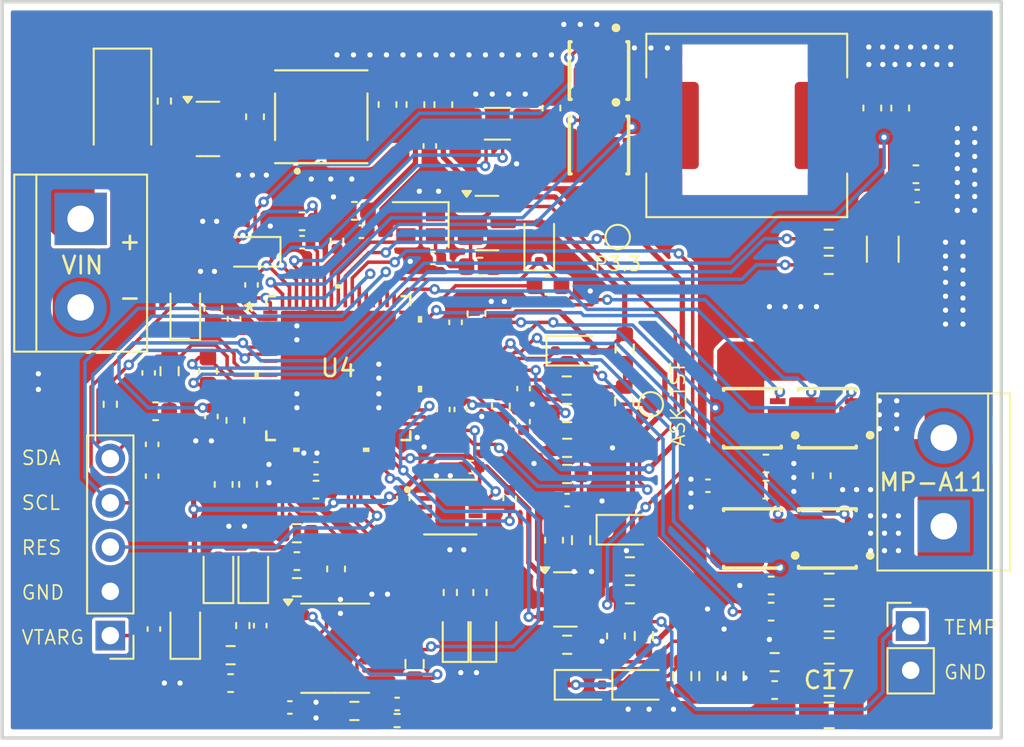
<source format=kicad_pcb>
(kicad_pcb (version 20240108) (generator "pcbnew") (generator_version "8.0")
  (layers (0 "F.Cu" signal) (31 "B.Cu" signal) (34 "B.Paste" user) (35 "F.Paste" user) (36 "B.SilkS" user "B.Silkscreen") (37 "F.SilkS" user "F.Silkscreen") (38 "B.Mask" user) (39 "F.Mask" user) (44 "Edge.Cuts" user))
  (net 0 "")
  (net 1 "GND")
  (net 2 "/VTARG")
  (net 3 "TEMP_FB1")
  (net 4 "Net-(D4-K)")
  (net 5 "Net-(C4-Pad2)")
  (net 6 "Net-(D4-A)")
  (net 7 "Net-(U2B-+)")
  (net 8 "Net-(U2A--)")
  (net 9 "Net-(U2B--)")
  (net 10 "VDD")
  (net 11 "Net-(D8-A2)")
  (net 12 "Net-(D8-A1)")
  (net 13 "IIN_CSP_0")
  (net 14 "IIN_CSN_0")
  (net 15 "IOUT_CSP_0")
  (net 16 "COIL_SNS")
  (net 17 "IOUT_CSN_0")
  (net 18 "BST2_1")
  (net 19 "BST1_1")
  (net 20 "SW1_0")
  (net 21 "BST1_0")
  (net 22 "CC1_0")
  (net 23 "CC2_0")
  (net 24 "COMP_0")
  (net 25 "Net-(C36-Pad2)")
  (net 26 "Net-(U4-VCCD)")
  (net 27 "Net-(U4-ASK_N)")
  (net 28 "Net-(U4-ASK_P)")
  (net 29 "ASK_PEAK")
  (net 30 "/ASK_I_N")
  (net 31 "Net-(C54-Pad1)")
  (net 32 "Net-(D1-A)")
  (net 33 "Net-(D2-A)")
  (net 34 "BST2_0")
  (net 35 "Net-(D11-A)")
  (net 36 "Net-(D12-K)")
  (net 37 "Q_COMP")
  (net 38 "LED_1")
  (net 39 "LED_2")
  (net 40 "Net-(R3-Pad1)")
  (net 41 "ASK_OUT")
  (net 42 "ASK_DEMOD")
  (net 43 "OPTIGA_I2C_SCL")
  (net 44 "OPTIGA_I2C_SDA")
  (net 45 "HPI_I2C_SCL")
  (net 46 "HPI_I2C_SDA")
  (net 47 "Net-(U4-SW2_0)")
  (net 48 "ASK_TST")
  (net 49 "Net-(U4-ASK_TST)")
  (net 50 "/ASK_I_P")
  (net 51 "D-_0")
  (net 52 "LG2_0")
  (net 53 "P3.3")
  (net 55 "PWM_OUT")
  (net 56 "OPTIGA_I2C_INT")
  (net 57 "CLK_IN")
  (net 58 "HG2_1")
  (net 59 "HG1_0")
  (net 60 "LG1_0")
  (net 61 "LG2_1")
  (net 62 "HG2_0")
  (net 63 "XRES")
  (net 64 "SW2_1")
  (net 66 "HG1_1")
  (net 67 "UART_TX")
  (net 68 "SW1_1")
  (net 69 "LG1_1")
  (net 71 "D+_0")
  (net 72 "CTRL_1")
  (net 78 "CSPO_0")
  (net 79 "CSNO_0")
  (net 80 "Net-(Q4-D)")
  (net 82 "Net-(Q8-S)")
  (net 83 "Net-(Q9-D)")
  (net 84 "Net-(Q9-G)")
  (footprint "TSDSON-8-26:IFX-PG-TSDSON-8-26-V" (layer "F.Cu") (at 139.225 58.075 -90)
    (property "Reference" "Q5" (hide yes))
    (property "Value" "BSZ0910LS")
  )
  (footprint "Capacitor_SMD:C_0402_1005Metric" (layer "F.Cu") (at 123 76.675)
    (property "Reference" "C29" (hide yes))
    (property "Value" "0.1uF")
  )
  (footprint "Connector_PinHeader_2.54mm:PinHeader_1x02_P2.54mm_Vertical" (layer "F.Cu") (at 157.1 85.725)
    (property "Reference" "TH2" (hide yes))
    (property "Value" "100K")
  )
  (footprint "Resistor_SMD:R_0603_1608Metric" (layer "F.Cu") (at 137.4 73.5 180)
    (property "Reference" "R22" (hide yes))
    (property "Value" "0R")
  )
  (footprint "Resistor_SMD:R_0402_1005Metric" (layer "F.Cu") (at 132.4 83.8 -90)
    (property "Reference" "R2" (hide yes))
    (property "Value" "1K")
  )
  (footprint "TSDSON-8-26:IFX-PG-TSDSON-8-26-V" (layer "F.Cu") (at 139.225 53.8 -90)
    (property "Reference" "Q1" (hide yes))
    (property "Value" "BSZ0910LS")
  )
  (footprint "Footprints-Models:PG-VQFN-68" (layer "F.Cu") (at 124.2761 70.925)
    (property "Reference" "U4")
    (property "Value" "WLC1115-68LQXQ")
  )
  (footprint "Resistor_SMD:R_0603_1608Metric" (layer "F.Cu") (at 147 88.6 -90)
    (property "Reference" "R32" (hide yes))
    (property "Value" "20K")
  )
  (footprint "LED_SMD:LED_0603_1608Metric" (layer "F.Cu") (at 131 86.3 90)
    (property "Reference" "D2" (hide yes))
    (property "Value" "LED")
  )
  (footprint "Capacitor_SMD:C_0603_1608Metric" (layer "F.Cu") (at 149.1 83.4)
    (property "Reference" "C23" (hide yes))
    (property "Value" "10nF")
  )
  (footprint "Capacitor_SMD:C_0603_1608Metric" (layer "F.Cu") (at 136.65 80.8 90)
    (property "Reference" "C53" (hide yes))
    (property "Value" "5.6nF")
  )
  (footprint "Resistor_SMD:R_0603_1608Metric" (layer "F.Cu") (at 137.375 71.925 180)
    (property "Reference" "R23" (hide yes))
    (property "Value" "10R")
  )
  (footprint "Resistor_SMD:R_0603_1608Metric" (layer "F.Cu") (at 125.2 90.6 180)
    (property "Reference" "R11" (hide yes))
    (property "Value" "390R")
  )
  (footprint "Capacitor_SMD:C_0402_1005Metric" (layer "F.Cu") (at 119.3 66.15 -90)
    (property "Reference" "C27" (hide yes))
    (property "Value" "0.1uF")
  )
  (footprint "Resistor_SMD:R_0402_1005Metric" (layer "F.Cu") (at 127.65 91.15 180)
    (property "Reference" "R10" (hide yes))
    (property "Value" "10K")
  )
  (footprint "Diode_SMD:D_SOD-323F" (layer "F.Cu") (at 119.35 64.25 180)
    (property "Reference" "D9" (hide yes))
    (property "Value" "BAT54J")
  )
  (footprint "Diode_SMD:D_SOD-323F" (layer "F.Cu") (at 138.3 89.1)
    (property "Reference" "D13" (hide yes))
    (property "Value" "BAT54J")
  )
  (footprint "Capacitor_SMD:C_0402_1005Metric" (layer "F.Cu") (at 119.8 85.7 -90)
    (property "Reference" "C6" (hide yes))
    (property "Value" "100pF")
  )
  (footprint "TerminalBlock:TerminalBlock_bornier-2_P5.08mm" (layer "F.Cu") (at 159 80 90)
    (property "Reference" "L2" (hide yes))
    (property "Value" "MP-A11 COIL")
  )
  (footprint "Capacitor_SMD:C_0402_1005Metric" (layer "F.Cu") (at 122.2 63.7)
    (property "Reference" "C40" (hide yes))
    (property "Value" "0.1uF")
  )
  (footprint "Package_TO_SOT_SMD:SOT-23" (layer "F.Cu") (at 137.3 84.2)
    (property "Reference" "Q4" (hide yes))
    (property "Value" "BSS138")
  )
  (footprint "Connector_PinHeader_2.54mm:PinHeader_1x05_P2.54mm_Vertical" (layer "F.Cu") (at 111.2 86.275 180)
    (property "Reference" "J1" (hide yes))
    (property "Value" "Conn_01x05")
  )
  (footprint "Capacitor_SMD:C_0603_1608Metric" (layer "F.Cu") (at 116.8 71.1 90)
    (property "Reference" "C37" (hide yes))
    (property "Value" "2.2uF")
  )
  (footprint "Capacitor_SMD:C_0603_1608Metric" (layer "F.Cu") (at 157.4 59.8 180)
    (property "Reference" "C57" (hide yes))
    (property "Value" "4.7uF")
  )
  (footprint "Resistor_SMD:R_0402_1005Metric" (layer "F.Cu") (at 114.3 55.6 90)
    (property "Reference" "R35" (hide yes))
    (property "Value" "1K")
  )
  (footprint "Capacitor_SMD:C_0603_1608Metric" (layer "F.Cu") (at 136.3 66.2)
    (property "Reference" "C26" (hide yes))
    (property "Value" "0.1uF")
  )
  (footprint "Resistor_SMD:R_0603_1608Metric" (layer "F.Cu") (at 128.65 87.9 -90)
    (property "Reference" "R9" (hide yes))
    (property "Value" "1M")
  )
  (footprint "Resistor_SMD:R_0603_1608Metric" (layer "F.Cu") (at 141.8 86.3 -90)
    (property "Reference" "R3" (hide yes))
    (property "Value" "80.6K")
  )
  (footprint "Capacitor_SMD:C_0402_1005Metric" (layer "F.Cu") (at 113.6 75.3 -90)
    (property "Reference" "R17" (hide yes))
    (property "Value" "5.1K")
  )
  (footprint "Capacitor_SMD:C_0603_1608Metric" (layer "F.Cu") (at 148.8 77.9 180)
    (property "Reference" "C21" (hide yes))
    (property "Value" "4.7uF")
  )
  (footprint "Resistor_SMD:R_0603_1608Metric" (layer "F.Cu") (at 141 82.3 180)
    (property "Reference" "TH1" (hide yes))
    (property "Value" "100K")
  )
  (footprint "Capacitor_SMD:C_0603_1608Metric" (layer "F.Cu") (at 113.8 73.4)
    (property "Reference" "C36" (hide yes))
    (property "Value" "0.47uF")
  )
  (footprint "Capacitor_SMD:C_0603_1608Metric" (layer "F.Cu") (at 118.375 73.925 90)
    (property "Reference" "C33" (hide yes))
    (property "Value" "0.1uF")
  )
  (footprint "Diode_SMD:D_SOD-323F" (layer "F.Cu") (at 140.7 80.2)
    (property "Reference" "D11" (hide yes))
    (property "Value" "BAT54J")
  )
  (footprint "Capacitor_SMD:C_0603_1608Metric" (layer "F.Cu") (at 117.7 77.6 90)
    (property "Reference" "C31" (hide yes))
    (property "Value" "330pF")
  )
  (footprint "Capacitor_SMD:C_0603_1608Metric" (layer "F.Cu") (at 117.1 67.5 -90)
    (property "Reference" "C39" (hide yes))
    (property "Value" "1uF")
  )
  (footprint "Resistor_SMD:R_0603_1608Metric" (layer "F.Cu") (at 140.7 69.8 -90)
    (property "Reference" "R25" (hide yes))
    (property "Value" "2.2K")
  )
  (footprint "Capacitor_SMD:C_0805_2012Metric" (layer "F.Cu") (at 152.425 85.3 180)
    (property "Reference" "C19" (hide yes))
    (property "Value" "0.1uF")
  )
  (footprint "Resistor_SMD:R_0603_1608Metric" (layer "F.Cu") (at 118.1 87.4)
    (property "Reference" "R5" (hide yes))
    (property "Value" "27K")
  )
  (footprint "Capacitor_SMD:C_0603_1608Metric" (layer "F.Cu") (at 152 77.1 90)
    (property "Reference" "C24" (hide yes))
    (property "Value" "10nF")
  )
  (footprint "Resistor_SMD:R_0402_1005Metric" (layer "F.Cu") (at 118.8 85.7 -90)
    (property "Reference" "R8" (hide yes))
    (property "Value" "100K")
  )
  (footprint "Diode_SMD:D_SOD-323" (layer "F.Cu") (at 115.5 86 90)
    (property "Reference" "D3" (hide yes))
    (property "Value" "BAT60A")
  )
  (footprint "Capacitor_SMD:C_0402_1005Metric" (layer "F.Cu") (at 125.6 63.1)
    (property "Reference" "C44" (hide yes))
    (property "Value" "0.1uF")
  )
  (footprint "Capacitor_SMD:C_0402_1005Metric" (layer "F.Cu") (at 134.1 78.4 90)
    (property "Reference" "R14" (hide yes))
    (property "Value" "5.1K")
  )
  (footprint "Capacitor_SMD:C_0402_1005Metric" (layer "F.Cu") (at 137.4 78.5)
    (property "Reference" "C52" (hide yes))
    (property "Value" "0.1uF")
  )
  (footprint "Capacitor_SMD:C_0402_1005Metric" (layer "F.Cu") (at 129.525 58.175 90)
    (property "Reference" "C59" (hide yes))
    (property "Value" "0.1uF")
  )
  (footprint "Diode_SMD:D_SOD-323F" (layer "F.Cu") (at 135.8 63.7 90)
    (property "Reference" "D7" (hide yes))
    (property "Value" "BAT54J")
  )
  (footprint "TSDSON-8-26:IFX-PG-TSDSON-8-26-V" (layer "F.Cu") (at 148.07475 80.7 180)
    (property "Reference" "Q2" (hide yes))
    (property "Value" "BSZ0910LS")
  )
  (footprint "TSDSON-8-26:IFX-PG-TSDSON-8-26-V" (layer "F.Cu") (at 148.07475 73.8 180)
    (property "Reference" "Q3" (hide yes))
    (property "Value" "BSZ0910LS")
  )
  (footprint "Resistor_SMD:R_0603_1608Metric" (layer "F.Cu") (at 152.4 63.5)
    (property "Reference" "R20" (hide yes))
    (property "Value" "10R")
  )
  (footprint "Capacitor_SMD:C_0603_1608Metric" (layer "F.Cu") (at 140.2 86.3 90)
    (property "Reference" "C2" (hide yes))
    (property "Value" "1nF")
  )
  (footprint "Capacitor_SMD:C_0603_1608Metric" (layer "F.Cu") (at 122.2 62.5)
    (property "Reference" "C41" (hide yes))
    (property "Value" "10uF")
  )
  (footprint "Resistor_SMD:R_0603_1608Metric" (layer "F.Cu") (at 137.4 75.5 180)
    (property "Reference" "R24" (hide yes))
    (property "Value" "10R")
  )
  (footprint "Capacitor_SMD:C_0603_1608Metric" (layer "F.Cu") (at 128.7 55.8 -90)
    (property "Reference" "C10" (hide yes))
    (property "Value" "4.7uF")
  )
  (footprint "Footprints-Models:FIL_DLW5BTM101TQ2L" (layer "F.Cu") (at 123.3 56.5 180)
    (property "Reference" "FL1" (hide yes))
    (property "Value" "DLW5BTM101TQ2L")
  )
  (footprint "Oscillator:Oscillator_SMD_SeikoEpson_SG210-4Pin_2.5x2.0mm" (layer "F.Cu") (at 129 62.7 180)
    (property "Reference" "Y2" (hide yes))
    (property "Value" "SG-210STF")
  )
  (footprint "Capacitor_SMD:C_0603_1608Metric" (layer "F.Cu") (at 118.1 89)
    (property "Reference" "C3" (hide yes))
    (property "Value" "22nF")
  )
  (footprint "Capacitor_SMD:C_0805_2012Metric" (layer "F.Cu") (at 152.425 90.85 180)
    (property "Reference" "C18" (hide yes))
    (property "Value" "0.1uF")
  )
  (footprint "Capacitor_SMD:C_0603_1608Metric" (layer "F.Cu") (at 124.15 82.45 90)
    (property "Reference" "C4" (hide yes))
    (property "Value" "22nF")
  )
  (footprint "Diode_SMD:D_SOD-323F" (layer "F.Cu") (at 115.5 67.7 90)
    (property "Reference" "D10" (hide yes))
    (property "Value" "BAT54J")
  )
  (footprint "TerminalBlock:TerminalBlock_bornier-2_P5.08mm" (layer "F.Cu") (at 109.5 62.36 -90)
    (property "Reference" "J2" (hide yes))
    (property "Value" "PWR")
  )
  (footprint "Capacitor_SMD:C_0402_1005Metric" (layer "F.Cu") (at 145.475 77.675)
    (property "Reference" "C60" (hide yes))
    (property "Value" "0.1uF")
  )
  (footprint "Diode_SMD:D_SOD-323F" (layer "F.Cu") (at 119.4 82.8 90)
    (property "Reference" "D5" (hide yes))
    (property "Value" "BAT54J")
  )
  (footprint "Capacitor_SMD:C_0402_1005Metric" (layer "F.Cu") (at 127.65 90.2 180)
    (property "Reference" "C7" (hide yes))
    (property "Value" "0.1uF")
  )
  (footprint "Resistor_SMD:R_0603_1608Metric" (layer "F.Cu") (at 137.4 77 180)
    (property "Reference" "R27" (hide yes))
    (property "Value" "130K")
  )
  (footprint "Capacitor_SMD:C_0402_1005Metric" (layer "F.Cu") (at 113.4 71.2 90)
    (property "Reference" "C35" (hide yes))
    (property "Value" "1nF")
  )
  (footprint "Capacitor_SMD:C_0603_1608Metric" (layer "F.Cu") (at 119.1 77.6 90)
    (property "Reference" "C32" (hide yes))
    (property "Value" "330pF")
  )
  (footprint "Diode_SMD:D_SOD-323F" (layer "F.Cu") (at 137.825 69.925)
    (property "Reference" "D6" (hide yes))
    (property "Value" "BAT54J")
  )
  (footprint "Capacitor_SMD:C_0603_1608Metric" (layer "F.Cu") (at 156.5 56 -90)
    (property "Reference" "C14" (hide yes))
    (property "Value" "4.7uF")
  )
  (footprint "TSDSON-8-26:IFX-PG-TSDSON-8-26-V" (layer "F.Cu") (at 152.37475 80.7 180)
    (property "Reference" "Q6" (hide yes))
    (property "Value" "BSZ0910LS")
  )
  (footprint "Capacitor_SMD:C_0402_1005Metric" (layer "F.Cu") (at 121.5 90.4 180)
    (property "Reference" "C8" (hide yes))
    (property "Value" "0.1uF")
  )
  (footprint "Capacitor_SMD:C_0603_1608Metric" (layer "F.Cu") (at 132.4 65.1 180)
    (property "Reference" "C56" (hide yes))
    (property "Value" "1uF")
  )
  (footprint "Capacitor_SMD:C_0402_1005Metric" (layer "F.Cu") (at 128 78.4 90)
    (property "Reference" "R15" (hide yes))
    (property "Value" "5.1K")
  )
  (footprint "Package_TO_SOT_SMD:SOT-23" (layer "F.Cu") (at 116.8 57.2)
    (property "Reference" "Q9" (hide yes))
    (property "Value" "AO3400A")
  )
  (footprint "Capacitor_SMD:C_0603_1608Metric" (layer "F.Cu") (at 130.3 55.8 -90)
    (property "Reference" "C12" (hide yes))
    (property "Value" "4.7uF")
  )
  (footprint "Resistor_SMD:R_0603_1608Metric" (layer "F.Cu") (at 152.4 65)
    (property "Reference" "R19" (hide yes))
    (property "Value" "10R")
  )
  (footprint "Package_SO:SOIC-8_3.9x4.9mm_P1.27mm" (layer "F.Cu") (at 124.1 87)
    (property "Reference" "U2" (hide yes))
    (property "Value" "LM358")
  )
  (footprint "Resistor_SMD:R_0603_1608Metric" (layer "F.Cu") (at 121.9 83.5 180)
    (property "Reference" "R7" (hide yes))
    (property "Value" "5.1K")
  )
  (footprint "Capacitor_SMD:C_0603_1608Metric" (layer "F.Cu") (at 121.9 82)
    (property "Reference" "C5" (hide yes))
    (property "Value" "0.22uF")
  )
  (footprint "Capacitor_SMD:C_0402_1005Metric" (layer "F.Cu") (at 130.3 73.3 90)
    (property "Reference" "C48" (hide yes))
    (property "Value" "0.1uF")
  )
  (footprint "Capacitor_SMD:C_0603_1608Metric" (layer "F.Cu") (at 119.5 56.5 -90)
    (property "Reference" "C9" (hide yes))
    (property "Value" "4.7uF")
  )
  (footprint "Capacitor_SMD:C_0402_1005Metric" (layer "F.Cu") (at 131 68.3 -90)
    (property "Reference" "C45" (hide yes))
    (property "Value" "0.1uF")
  )
  (footprint "Package_TO_SOT_SMD:SOT-23" (layer "F.Cu") (at 132.8 62.6)
    (property "Reference" "Q8" (hide yes))
    (property "Value" "BSS138")
  )
  (footprint "Capacitor_SMD:C_0603_1608Metric" (layer "F.Cu") (at 149.1 84.9 180)
    (property "Reference" "C25" (hide yes))
    (property "Value" "0.1uF")
  )
  (footprint "Capacitor_SMD:C_0402_1005Metric" (layer "F.Cu") (at 113.6 77.125 90)
    (property "Reference" "R16" (hide yes))
    (property "Value" "5.1K")
  )
  (footprint "Resistor_SMD:R_1206_3216Metric" (layer "F.Cu") (at 155.5 64.1 90)
    (property "Reference" "R13" (hide yes))
    (property "Value" "0.01R")
  )
  (footprint "Capacitor_SMD:C_0603_1608Metric" (layer "F.Cu") (at 136.5 56 -90)
    (property "Reference" "C13" (hide yes))
    (property "Value" "4.7uF")
  )
  (footprint "Footprints-Models:SON50P300X300X60-11N" (layer "F.Cu") (at 130.7 78.9)
    (property "Reference" "U3" (hide yes))
    (property "Value" "SLS32AIA020X2USON10XTMA4")
  )
  (footprint "Resistor_SMD:R_0402_1005Metric" (layer "F.Cu") (at 130.7 83.8 -90)
    (property "Reference" "R1" (hide yes))
    (property "Value" "1K")
  )
  (footprint "Capacitor_SMD:C_0402_1005Metric" (layer "F.Cu") (at 131.3 73.3 90)
    (property "Reference" "C47" (hide yes))
    (property "Value" "0.1uF")
  )
  (footprint "Resistor_SMD:R_0603_1608Metric" (layer "F.Cu") (at 144 88.6 90)
    (property "Reference" "R30" (hide yes))
    (property "Value" "36K")
  )
  (footprint "Capacitor_SMD:C_0402_1005Metric" (layer "F.Cu") (at 157.475 61.05 180)
    (property "Reference" "C58" (hide yes))
    (property "Value" "0.1uF")
  )
  (footprint "LED_SMD:LED_0603_1608Metric" (layer "F.Cu") (at 132.6 86.3 90)
    (property "Reference" "D1" (hide yes))
    (property "Value" "LED")
  )
  (footprint "Capacitor_SMD:C_0402_1005Metric" (layer "F.Cu") (at 131.9 76.6)
    (property "Reference" "C28" (hide yes))
    (property "Value" "0.1uF")
  )
  (footprint "Capacitor_SMD:C_0603_1608Metric" (layer "F.Cu") (at 125.2 61.9)
    (property "Reference" "C43" (hide yes))
    (property "Value" "1uF")
  )
  (footprint "Capacitor_SMD:C_0603_1608Metric" (layer "F.Cu") (at 133.6 73.1 90)
    (property "Reference" "C49" (hide yes))
    (property "Value" "470nF")
  )
  (footprint "Capacitor_SMD:C_0402_1005Metric" (layer "F.Cu") (at 129.7 64.6)
    (property "Reference" "C55" (hide yes))
    (property "Value" "0.1uF")
  )
  (footprint "TestPoint:TestPoint_Pad_D1.0mm" (layer "F.Cu") (at 140.3 63.4)
    (property "Reference" "TP1" (hide yes))
    (property "Value" "P3.3")
  )
  (footprint "Diode_SMD:D_SMA" (layer "F.Cu") (at 111.9 56.1 -90)
    (property "Reference" "D8" (hide yes))
    (property "Value" "SMAJ24CA")
  )
  (footprint "Capacitor_SMD:C_0402_1005Metric" (layer "F.Cu") (at 134.9 74 -90)
    (property "Reference" "C50" (hide yes))
    (property "Value" "10nF")
  )
  (footprint "Resistor_SMD:R_0603_1608Metric" (layer "F.Cu") (at 137.4 86.8 180)
    (property "Reference" "R33" (hide yes))
    (property "Value" "0R")
  )
  (footprint "Capacitor_SMD:C_0603_1608Metric" (layer "F.Cu") (at 148.8 76.4 180)
    (property "Reference" "C22" (hide yes))
    (property "Value" "4.7uF")
  )
  (footprint "Diode_SMD:D_SOD-323F" (layer "F.Cu") (at 141.6 89.1)
    (property "Reference" "D12" (hide yes))
    (property "Value" "BAT54J")
  )
  (footprint "Resistor_SMD:R_0603_1608Metric" (layer "F.Cu") (at 138.2 80.8 -90)
    (property "Reference" "R28" (hide yes))
    (property "Value" "100K")
  )
  (footprint "Capacitor_SMD:C_0805_2012Metric" (layer "F.Cu") (at 152.425 83.45 180)
    (property "Reference" "C20" (hide yes))
    (property "Value" "0.1uF")
  )
  (footprint "Capacitor_SMD:C_0603_1608Metric" (layer "F.Cu") (at 149.3 89.4)
    (property "Reference" "C54" (hide yes))
    (property "Value" "1nF")
  )
  (footprint "Diode_SMD:D_SOD-323F" (layer "F.Cu") (at 117.4 82.8 90)
    (property "Reference" "D4" (hide yes))
    (property "Value" "BAT54J")
  )
  (footprint "Capacitor_SMD:C_0402_1005Metric" (layer "F.Cu") (at 117 73.7 90)
    (property "Reference" "C34" (hide yes))
    (property "Value" "0.1uF")
  )
  (footprint "Resistor_SMD:R_0603_1608Metric" (layer "F.Cu") (at 141 83.9 180)
    (property "Reference" "R4" (hide yes))
    (property "Value" "100K")
  )
  (footprint "Capacitor_SMD:C_0603_1608Metric" (layer "F.Cu") (at 127.1 55.8 -90)
    (property "Reference" "C11" (hide yes))
    (property "Value" "4.7uF")
  )
  (footprint "Resistor_SMD:R_0603_1608Metric" (layer "F.Cu") (at 145.5 88.6 90)
    (property "Reference" "R31" (hide yes))
    (property "Value" "3.6K")
  )
  (footprint "Resistor_SMD:R_0603_1608Metric" (layer "F.Cu") (at 114.6 71.1 90)
    (property "Reference" "R18" (hide yes))
    (property "Value" "1K")
  )
  (footprint "Resistor_SMD:R_0603_1608Metric" (layer "F.Cu") (at 121.9 80.4)
    (property "Reference" "R6" (hide yes))
    (property "Value" "1K")
  )
  (footprint "Capacitor_SMD:C_0603_1608Metric" (layer "F.Cu") (at 132.2 67.8 -90)
    (property "Reference" "C46" (hide yes))
    (property "Value" "1uF")
  )
  (footprint "Resistor_SMD:R_0603_1608Metric" (layer "F.Cu") (at 149.3 87.8)
    (property "Reference" "R29" (hide yes))
    (property "Value" "5.1K")
  )
  (footprint "Resistor_SMD:R_0402_1005Metric" (layer "F.Cu") (at 111.2 73 -90)
    (property "Reference" "R21" (hide yes))
    (property "Value" "0R")
  )
  (footprint "Capacitor_SMD:C_0603_1608Metric" (layer "F.Cu") (at 123 77.9)
    (property "Reference" "C30" (hide yes))
    (property "Value" "1uF")
  )
  (footprint "Capacitor_SMD:C_0805_2012Metric" (layer "F.Cu") (at 152.425 87.15 180)
    (property "Reference" "C17")
    (property "Value" "0.1uF")
  )
  (footprint "Capacitor_SMD:C_0402_1005Metric" (layer "F.Cu") (at 124.2 63.6 -90)
    (property "Reference" "C42" (hide yes))
    (property "Value" "0.1uF")
  )
  (footprint "Capacitor_SMD:C_0402_1005Metric" (layer "F.Cu") (at 134.9 72.1 90)
    (property "Reference" "C51" (hide yes))
    (property "Value" "10nF")
  )
  (footprint "Capacitor_SMD:C_0402_1005Metric" (layer "F.Cu") (at 113.7 85.9 90)
    (property "Reference" "C1" (hide yes))
    (property "Value" "0.1uF")
  )
  (footprint "Capacitor_SMD:C_0805_2012Metric" (layer "F.Cu") (at 152.425 89 180)
    (property "Reference" "C16" (hide yes))
    (property "Value" "0.1uF")
  )
  (footprint "Capacitor_SMD:C_0402_1005Metric" (layer "F.Cu") (at 118.3 68.1 -90)
    (property "Reference" "C38" (hide yes))
    (property "Value" "0.1uF")
  )
  (footprint "TestPoint:TestPoint_Pad_D1.0mm" (layer "F.Cu") (at 142.2 73 90)
    (property "Reference" "TP2" (hide yes))
    (property "Value" "ASK_TST")
  )
  (footprint "Inductor_SMD:L_Bourns_SRP1050WA" (layer "F.Cu") (at 147.7 57)
    (property "Reference" "L1" (hide yes))
    (property "Value" "6.8uH")
  )
  (footprint "Capacitor_SMD:C_0603_1608Metric" (layer "F.Cu") (at 154.9 56 -90)
    (property "Reference" "C15" (hide yes))
    (property "Value" "4.7uF")
  )
  (footprint "TSDSON-8-26:IFX-PG-TSDSON-8-26-V" (layer "F.Cu") (at 152.37475 73.8 180)
    (property "Reference" "Q7" (hide yes))
    (property "Value" "BSZ0910LS")
  )
  (footprint "Resistor_SMD:R_1206_3216Metric" (layer "F.Cu") (at 133.4 56.9 180)
    (property "Reference" "R12" (hide yes))
    (property "Value" "0.005R")
  )
  (footprint "Resistor_SMD:R_0603_1608Metric" (layer "F.Cu") (at 140.675 72.825 -90)
    (property "Reference" "R26" (hide yes))
    (property "Value" "62R")
  )
  (gr_rect (start 105 49.9) (end 162.3 92.15) (stroke (width 0.2)) (fill none) (layer "Edge.Cuts"))
  (gr_text "SDA\n\nSCL\n\nRES\n\nGND\n\nVTARG" (at 106.05 86.85 0) (layer "F.SilkS") (effects (font (size 0.8 0.8) (thickness 0.1)) (justify left bottom)))
  (gr_text "TEMP\n\nGND" (at 158.95 88.85 0) (layer "F.SilkS") (effects (font (size 0.8 0.8) (thickness 0.1)) (justify left bottom)))
  (gr_text "+\n\n-" (at 112.325 65.25 0) (layer "F.SilkS") (effects (font (size 1 1))))
  (gr_text "VIN" (at 109.6 65.025 0) (layer "F.SilkS") (effects (font (size 1 1))))
  (gr_text "MP-A11" (at 158.375 77.475 0) (layer "F.SilkS") (effects (font (size 1 1))))
  (segment (start 122.676101 64.656101) (end 121.72 63.7) (width 0.2) (layer "F.Cu") (net 1))
  (segment (start 121.72 62.795) (end 121.425 62.5) (width 0.2) (layer "F.Cu") (net 1))
  (segment (start 122.676101 67.0261) (end 122.676101 64.656101) (width 0.2) (layer "F.Cu") (net 1))
  (segment (start 130.68 67.82) (end 131 67.82) (width 0.2) (layer "F.Cu") (net 1))
  (segment (start 128.175 68.525) (end 129.975 68.525) (width 0.2) (layer "F.Cu") (net 1))
  (segment (start 121.72 63.7) (end 121.72 62.795) (width 0.2) (layer "F.Cu") (net 1))
  (segment (start 129.975 68.525) (end 130.68 67.82) (width 0.2) (layer "F.Cu") (net 1))
  (via (at 133.66153 52.95) (size 0.6) (drill 0.3) (layers "F.Cu" "B.Cu") (net 1))
  (via (at 143.5 90.5) (size 0.6) (drill 0.3) (layers "F.Cu" "B.Cu") (net 1))
  (via (at 155.5 53.5) (size 0.6) (drill 0.3) (layers "F.Cu" "B.Cu") (net 1))
  (via (at 160.775 57.175) (size 0.6) (drill 0.3) (layers "F.Cu" "B.Cu") (net 1))
  (via (at 125.05 60.075) (size 0.6) (drill 0.3) (layers "F.Cu" "B.Cu") (net 1))
  (via (at 159.775 59.475) (size 0.6) (drill 0.3) (layers "F.Cu" "B.Cu") (net 1))
  (via (at 126.6 70.7) (size 0.6) (drill 0.3) (layers "F.Cu" "B.Cu") (net 1))
  (via (at 134.996164 55.2) (size 0.6) (drill 0.3) (layers "F.Cu" "B.Cu") (net 1))
  (via (at 144.5 77.3) (size 0.6) (drill 0.3) (layers "F.Cu" "B.Cu") (net 1))
  (via (at 160.775 61.075) (size 0.6) (drill 0.3) (layers "F.Cu" "B.Cu") (net 1))
  (via (at 159.4 53.5) (size 0.6) (drill 0.3) (layers "F.Cu" "B.Cu") (net 1))
  (via (at 160.775 59.575) (size 0.6) (drill 0.3) (layers "F.Cu" "B.Cu") (net 1))
  (via (at 134.607683 52.95) (size 0.6) (drill 0.3) (layers "F.Cu" "B.Cu") (net 1))
  (via (at 159.4 52.5) (size 0.6) (drill 0.3) (layers "F.Cu" "B.Cu") (net 1))
  (via (at 132.157694 55.2) (size 0.6) (drill 0.3) (layers "F.Cu" "B.Cu") (net 1))
  (via (at 150.4 78) (size 0.6) (drill 0.3) (layers "F.Cu" "B.Cu") (net 1))
  (via (at 124 61.1) (size 0.6) (drill 0.3) (layers "F.Cu" "B.Cu") (net 1))
  (via (at 157 53.5) (size 0.6) (drill 0.3) (layers "F.Cu" "B.Cu") (net 1))
  (via (at 140 75.5) (size 0.6) (drill 0.3) (layers "F.Cu" "B.Cu") (net 1))
  (via (at 132.5 73.7) (size 0.6) (drill 0.3) (layers "F.Cu" "B.Cu") (net 1))
  (via (at 158.6 53.5) (size 0.6) (drill 0.3) (layers "F.Cu" "B.Cu") (net 1))
  (via (at 154.8 79.4) (size 0.6) (drill 0.3) (layers "F.Cu" "B.Cu") (net 1))
  (via (at 122.725 60.075) (size 0.6) (drill 0.3) (layers "F.Cu" "B.Cu") (net 1))
  (via (at 120.3 77.5) (size 0.6) (drill 0.3) (layers "F.Cu" "B.Cu") (net 1))
  (via (at 115.2 89) (size 0.6) (drill 0.3) (layers "F.Cu" "B.Cu") (net 1))
  (via (at 155.6 79.4) (size 0.6) (drill 0.3) (layers "F.Cu" "B.Cu") (net 1))
  (via (at 160.1 64.5) (size 0.6) (drill 0.3) (layers "F.Cu" "B.Cu") (net 1))
  (via (at 160.1 67.6) (size 0.6) (drill 0.3) (layers "F.Cu" "B.Cu") (net 1))
  (via (at 129.9 77.1) (size 0.6) (drill 0.3) (layers "F.Cu" "B.Cu") (net 1))
  (via (at 146.4 85.9) (size 0.6) (drill 0.3) (layers "F.Cu" "B.Cu") (net 1))
  (via (at 129.2 75.45) (size 0.6) (drill 0.3) (layers "F.Cu" "B.Cu") (net 1))
  (via (at 107.075 72.15) (size 0.6) (drill 0.3) (layers "F.Cu" "B.Cu") (net 1))
  (via (at 160.1 68.4) (size 0.6) (drill 0.3) (layers "F.Cu" "B.Cu") (net 1))
  (via (at 154.7 53.5) (size 0.6) (drill 0.3) (layers "F.Cu" "B.Cu") (net 1))
  (via (at 137.8 82.6) (size 0.6) (drill 0.3) (layers "F.Cu" "B.Cu") (net 1))
  (via (at 159.1 68.4) (size 0.6) (drill 0.3) (layers "F.Cu" "B.Cu") (net 1))
  (via (at 118.55 59.85) (size 0.6) (drill 0.3) (layers "F.Cu" "B.Cu") (net 1))
  (via (at 155.3 72.8) (size 0.6) (drill 0.3) (layers "F.Cu" "B.Cu") (net 1))
  (via (at 159.1 63.7) (size 0.6) (drill 0.3) (layers "F.Cu" "B.Cu") (net 1))
  (via (at 155.6 81.4) (size 0.6) (drill 0.3) (layers "F.Cu" "B.Cu") (net 1))
  (via (at 121.9 68.5) (size 0.6) (drill 0.3) (layers "F.Cu" "B.Cu") (net 1))
  (via (at 126.6 73.2) (size 0.6) (drill 0.3) (layers "F.Cu" "B.Cu") (net 1))
  (via (at 131.475 81.35) (size 0.6) (drill 0.3) (layers "F.Cu" "B.Cu") (net 1))
  (via (at 116.375 65.375) (size 0.6) (drill 0.3) (layers "F.Cu" "B.Cu") (net 1))
  (via (at 124.4 84.2) (size 0.6) (drill 0.3) (layers "F.Cu" "B.Cu") (net 1))
  (via (at 160.775 61.875) (size 0.6) (drill 0.3) (layers "F.Cu" "B.Cu") (net 1))
  (via (at 141.257683 52.55) (size 0.6) (drill 0.3) (layers "F.Cu" "B.Cu") (net 1))
  (via (at 139.4 78.55) (size 0.6) (drill 0.3) (layers "F.Cu" "B.Cu") (net 1))
  (via (at 123.05 75.8) (size 0.6) (drill 0.3) (layers "F.Cu" "B.Cu") (net 1))
  (via (at 156.4 79.4) (size 0.6) (drill 0.3) (layers "F.Cu" "B.Cu") (net 1))
  (via (at 126.6 72.4) (size 0.6) (drill 0.3) (layers "F.Cu" "B.Cu") (net 1))
  (via (at 149 86.5) (size 0.6) (drill 0.3) (layers "F.Cu" "B.Cu") (net 1))
  (via (at 159.1 66) (size 0.6) (drill 0.3) (layers "F.Cu" "B.Cu") (net 1))
  (via (at 131.769224 52.95) (size 0.6) (drill 0.3) (layers "F.Cu" "B.Cu") (net 1))
  (via (at 139.4 86.6) (size 0.6) (drill 0.3) (layers "F.Cu" "B.Cu") (net 1))
  (via (at 130.7 77.1) (size 0.6) (drill 0.3) (layers "F.Cu" "B.Cu") (net 1))
  (via (at 160.1 66.1) (size 0.6) (drill 0.3) (layers "F.Cu" "B.Cu") (net 1))
  (via (at 149.9 67.4) (size 0.6) (drill 0.3) (layers "F.Cu" "B.Cu") (net 1))
  (via (at 138.725 66.5) (size 0.6) (drill 0.3) (layers "F.Cu" "B.Cu") (net 1))
  (via (at 160.775 58.775) (size 0.6) (drill 0.3) (layers "F.Cu" "B.Cu") (net 1))
  (via (at 143.15 52.55) (size 0.6) (drill 0.3) (layers "F.Cu" "B.Cu") (net 1))
  (via (at 155.3 74.4) (size 0.6) (drill 0.3) (layers "F.Cu" "B.Cu") (net 1))
  (via (at 156.3 72.8) (size 0.6) (drill 0.3) (layers "F.Cu" "B.Cu") (net 1))
  (via (at 157.8 53.5) (size 0.6) (drill 0.3) (layers "F.Cu" "B.Cu") (net 1))
  (via (at 138.8 82.6) (size 0.6) (drill 0.3) (layers "F.Cu" "B.Cu") (net 1))
  (via (at 128.930765 52.95) (size 0.6) (drill 0.3) (layers "F.Cu" "B.Cu") (net 1))
  (via (at 133.103847 55.2) (size 0.6) (drill 0.3) (layers "F.Cu" "B.Cu") (net 1))
  (via (at 156.3 74.4) (size 0.6) (drill 0.3) (layers "F.Cu" "B.Cu") (net 1))
  (via (at 121.9 72.4) (size 0.6) (drill 0.3) (layers "F.Cu" "B.Cu") (net 1))
  (via (at 146.4 88.7) (size 0.6) (drill 0.3) (layers "F.Cu" "B.Cu") (net 1))
  (via (at 157.9 52.5) (size 0.6) (drill 0.3) (layers "F.Cu" "B.Cu") (net 1))
  (via (at 156.4 81.4) (size 0.6) (drill 0.3) (layers "F.Cu" "B.Cu") (net 1))
  (via (at 140.9 90.5) (size 0.6) (drill 0.3) (layers "F.Cu" "B.Cu") (net 1))
  (via (at 159.775 60.275) (size 0.6) (drill 0.3) (layers "F.Cu" "B.Cu") (net 1))
  (via (at 123 90.1) (size 0.6) (drill 0.3) (layers "F.Cu" "B.Cu") (net 1))
  (via (at 159.775 61.075) (size 0.6) (drill 0.3) (layers "F.Cu" "B.Cu") (net 1))
  (via (at 126.6 71.5) (size 0.6) (drill 0.3) (layers "F.Cu" "B.Cu") (net 1))
  (via (at 159.775 57.175) (size 0.6) (drill 0.3) (layers "F.Cu" "B.Cu") (net 1))
  (via (at 153.2 77.9) (size 0.6) (drill 0.3) (layers "F.Cu" "B.Cu") (net 1))
  (via (at 120.3 76.45) (size 0.6) (drill 0.3) (layers "F.Cu" "B.Cu") (net 1))
  (via (at 128.925 60.775) (size 0.6) (drill 0.3) (layers "F.Cu" "B.Cu") (net 1))
  (via (at 159.1 66.8) (size 0.6) (drill 0.3) (layers "F.Cu" "B.Cu") (net 1))
  (via (at 145.45 84.75) (size 0.6) (drill 0.3) (layers "F.Cu" "B.Cu") (net 1))
  (via (at 159.775 58.675) (size 0.6) (drill 0.3) (layers "F.Cu" "B.Cu") (net 1))
  (via (at 117.175 65.375) (size 0.6) (drill 0.3) (layers "F.Cu" "B.Cu") (net 1))
  (via (at 159.1 64.5) (size 0.6) (drill 0.3) (layers "F.Cu" "B.Cu") (net 1))
  (via (at 126.092306 52.95) (size 0.6) (drill 0.3) (layers "F.Cu" "B.Cu") (net 1))
  (via (at 107.075 71.25) (size 0.6) (drill 0.3) (layers "F.Cu" "B.Cu") (net 1))
  (via (at 132.2 88.4) (size 0.6) (drill 0.3) (layers "F.Cu" "B.Cu") (net 1))
  (via (at 150.8 67.4) (size 0.6) (drill 0.3) (layers "F.Cu" "B.Cu") (net 1))
  (via (at 147.6 88.7) (size 0.6) (drill 0.3) (layers "F.Cu" "B.Cu") (net 1))
  (via (at 155.6 80.4) (size 0.6) (drill 0.3) (layers "F.Cu" "B.Cu") (net 1))
  (via (at 137.207683 51.2) (size 0.6) (drill 0.3) (layers "F.Cu" "B.Cu") (net 1))
  (via (at 159.1 65.2) (size 0.6) (drill 0.3) (layers "F.Cu" "B.Cu") (net 1))
  (via (at 142.203836 52.55) (size 0.6) (drill 0.3) (layers "F.Cu" "B.Cu") (net 1))
  (via (at 127.1 83.9) (size 0.6) (drill 0.3) (layers "F.Cu" "B.Cu") (net 1))
  (via (at 159.775 61.875) (size 0.6) (drill 0.3) (layers "F.Cu" "B.Cu") (net 1))
  (via (at 159.1 67.6) (size 0.6) (drill 0.3) (layers "F.Cu" "B.Cu") (net 1))
  (via (at 135.5 76.4) (size 0.6) (drill 0.3) (layers "F.Cu" "B.Cu") (net 1))
  (via (at 118 80) (size 0.6) (drill 0.3) (layers "F.Cu" "B.Cu") (net 1))
  (via (at 126.2 83.9) (size 0.6) (drill 0.3) (layers "F.Cu" "B.Cu") (net 1))
  (via (at 133.05 67.1) (size 0.6) (drill 0.3) (layers "F.Cu" "B.Cu") (net 1))
  (via (at 116.1 75.1) (size 0.6) (drill 0.3) (layers "F.Cu" "B.Cu") (net 1))
  (via (at 158.6 52.5) (size 0.6) (drill 0.3) (layers "F.Cu" "B.Cu") (net 1))
  (via (at 122.3 75.8) (size 0.6) (drill 0.3) (layers "F.Cu" "B.Cu") (net 1))
  (via (at 127.984612 52.95) (size 0.6) (drill 0.3) (layers "F.Cu" "B.Cu") (net 1))
  (via (at 151.7 67.4) (size 0.6) (drill 0.3) (layers "F.Cu" "B.Cu") (net 1))
  (via (at 140.8 81.4) (size 0.6) (drill 0.3) (layers "F.Cu" "B.Cu") (net 1))
  (via (at 117 75.1) (size 0.6) (drill 0.3) (layers "F.Cu" "B.Cu") (net 1))
  (via (at 160.1 66.9) (size 0.6) (drill 0.3) (layers "F.Cu" "B.Cu") (net 1))
  (via (at 150.4 77.2) (size 0.6) (drill 0.3) (layers "F.Cu" "B.Cu") (net 1))
  (via (at 154.8 81.4) (size 0.6) (drill 0.3) (layers "F.Cu" "B.Cu") (net 1))
  (via (at 134.05 55.2) (size 0.6) (drill 0.3) (layers "F.Cu" "B.Cu") (net 1))
  (via (at 123 91) (size 0.6) (drill 0.3) (layers "F.Cu" "B.Cu") (net 1))
  (via (at 144.5 78.1) (size 0.6) (drill 0.3) (layers "F.Cu" "B.Cu") (net 1))
  (via (at 139.1 51.2) (size 0.6) (drill 0.3) (layers "F.Cu" "B.Cu") (net 1))
  (via (at 116.5 62.5) (size 0.6) (drill 0.3) (layers "F.Cu" "B.Cu") (net 1))
  (via (at 117.3 62.5) (size 0.6) (drill 0.3) (layers "F.Cu" "B.Cu") (net 1))
  (via (at 131.3 88.4) (size 0.6) (drill 0.3) (layers "F.Cu" "B.Cu") (net 1))
  (via (at 155.5 52.5) (size 0.6) (drill 0.3) (layers "F.Cu" "B.Cu") (net 1))
  (via (at 118.9 80) (size 0.6) (drill 0.3) (layers "F.Cu" "B.Cu") (net 1))
  (via (at 157.1 52.5) (size 0.6) (drill 0.3) (layers "F.Cu" "B.Cu") (net 1))
  (via (at 129.876918 52.95) (size 0.6) (drill 0.3) (layers "F.Cu" "B.Cu") (net 1))
  (via (at 114.3 89) (size 0.6) (drill 0.3) (layers "F.Cu" "B.Cu") (net 1))
  (via (at 154 77.9) (size 0.6) (drill 0.3) (layers "F.Cu" "B.Cu") (net 1))
  (via (at 135.553836 52.95) (size 0.6) (drill 0.3) (layers "F.Cu" "B.Cu") (net 1))
  (via (at 154.8 77.9) (size 0.6) (drill 0.3) (layers "F.Cu" "B.Cu") (net 1))
  (via (at 159.775 57.975) (size 0.6) (drill 0.3) (layers "F.Cu" "B.Cu") (net 1))
  (via (at 120.375 62.775) (size 0.6) (drill 0.3) (layers "F.Cu" "B.Cu") (net 1))
  (via (at 136.5 52.95) (size 0.6) (drill 0.3) (layers "F.Cu" "B.Cu") (net 1))
  (via (at 128.8 74.9) (size 0.6) (drill 0.3) (layers "F.Cu" "B.Cu") (net 1))
  (via (at 138.153836 51.2) (size 0.6) (drill 0.3) (layers "F.Cu" "B.Cu") (net 1))
  (via (at 144.5 78.9) (size 0.6) (drill 0.3) (layers "F.Cu" "B.Cu") (net 1))
  (via (at 134.5 59.2) (size 0.6) (drill 0.3) (layers "F.Cu" "B.Cu") (net 1))
  (via (at 121.9 73.2) (size 0.6) (drill 0.3) (layers "F.Cu" "B.Cu") (net 1))
  (via (at 121.9 69.3) (size 0.6) (drill 0.3) (layers "F.Cu" "B.Cu") (net 1))
  (via (at 130.823071 52.95) (size 0.6) (drill 0.3) (layers "F.Cu" "B.Cu") (net 1))
  (via (at 156.3 52.5) (size 0.6) (drill 0.3) (layers "F.Cu" "B.Cu") (net 1))
  (via (at 125.146153 52.95) (size 0.6) (drill 0.3) (layers "F.Cu" "B.Cu") (net 1))
  (via (at 155.3 73.6) (size 0.6) (drill 0.3) (layers "F.Cu" "B.Cu") (net 1))
  (via (at 128.4 64.8) (size 0.6) (drill 0.3) (layers "F.Cu" "B.Cu") (net 1))
  (via (at 156.2 53.5) (size 0.6) (drill 0.3) (layers "F.Cu" "B.Cu") (net 1))
  (via (at 130.675 81.35) (size 0.6) (drill 0.3) (layers "F.Cu" "B.Cu") (net 1))
  (via (at 142.1 90.5) (size 0.6) (drill 0.3) (layers "F.Cu" "B.Cu") (net 1))
  (via (at 124.2 52.95) (size 0.6) (drill 0.3) (layers "F.Cu" "B.Cu") (net 1))
  (via (at 156.3 73.6) (size 0.6) (drill 0.3) (layers "F.Cu" "B.Cu") (net 1))
  (via (at 149 67.4) (size 0.6) (drill 0.3) (layers "F.Cu" "B.Cu") (net 1))
  (via (at 160.1 63.7) (size 0.6) (drill 0.3) (layers "F.Cu" "B.Cu") (net 1))
  (via (at 127.038459 52.95) (size 0.6) (drill 0.3) (layers "F.Cu" "B.Cu") (net 1))
  (via (at 160.775 57.975) (size 0.6) (drill 0.3) (layers "F.Cu" "B.Cu") (net 1))
  (via (at 130.025 60.775) (size 0.6) (drill 0.3) (layers "F.Cu" "B.Cu") (net 1))
  (via (at 132.715377 52.95) (size 0.6) (drill 0.3) (layers "F.Cu" "B.Cu") (net 1))
  (via (at 160.1 65.3) (size 0.6) (drill 0.3) (layers "F.Cu" "B.Cu") (net 1))
  (via (at 150.4 76.4) (size 0.6) (drill 0.3) (layers "F.Cu" "B.Cu") (net 1))
  (via (at 156.4 80.4) (size 0.6) (drill 0.3) (layers "F.Cu" "B.Cu") (net 1))
  (via (at 120.15 59.85) (size 0.6) (drill 0.3) (layers "F.Cu" "B.Cu") (net 1))
  (via (at 123.85 60.075) (size 0.6) (drill 0.3) (layers "F.Cu" "B.Cu") (net 1))
  (via (at 147.3 83.4) (size 0.6) (drill 0.3) (layers "F.Cu" "B.Cu") (net 1))
  (via (at 160.775 60.375) (size 0.6) (drill 0.3) (layers "F.Cu" "B.Cu") (net 1))
  (via (at 133.8 67.1) (size 0.6) (drill 0.3) (layers "F.Cu" "B.Cu") (net 1))
  (via (at 154.8 80.4) (size 0.6) (drill 0.3) (layers "F.Cu" "B.Cu") (net 1))
  (via (at 119.35 59.85) (size 0.6) (drill 0.3) (layers "F.Cu" "B.Cu") (net 1))
  (via (at 124.4 85) (size 0.6) (drill 0.3) (layers "F.Cu" "B.Cu") (net 1))
  (via (at 135.4 73) (size 0.6) (drill 0.3) (layers "F.Cu" "B.Cu") (net 1))
  (via (at 154.7 52.5) (size 0.6) (drill 0.3) (layers "F.Cu" "B.Cu") (net 1))
  (segment (start 111.2 86.275) (end 114.175 86.275) (width 0.2) (layer "F.Cu") (net 2))
  (segment (start 114.175 86.275) (end 115.5 84.95) (width 0.2) (layer "F.Cu") (net 2))
  (segment (start 127.511472 64.846) (end 125.987049 64.846) (width 0.2) (layer "F.Cu") (net 3))
  (segment (start 140.175 83.9) (end 140.175 85.5) (width 0.2) (layer "F.Cu") (net 3))
  (segment (start 141.9 78.9) (end 144.6 76.2) (width 0.2) (layer "F.Cu") (net 3))
  (segment (start 139.7 84.375) (end 140.175 83.9) (width 0.2) (layer "F.Cu") (net 3))
  (segment (start 140.175 85.5) (end 140.2 85.525) (width 0.2) (layer "F.Cu") (net 3))
  (segment (start 144.6 65.146) (end 143.8 64.346) (width 0.2) (layer "F.Cu") (net 3))
  (segment (start 125.076101 65.756948) (end 125.076101 67.0261) (width 0.2) (layer "F.Cu") (net 3))
  (segment (start 125.987049 64.846) (end 125.076101 65.756948) (width 0.2) (layer "F.Cu") (net 3))
  (segment (start 144.6 76.2) (end 144.6 65.146) (width 0.2) (layer "F.Cu") (net 3))
  (segment (start 139.7 84.5) (end 139.7 84.375) (width 0.2) (layer "F.Cu") (net 3))
  (via (at 143.8 64.346) (size 0.6) (drill 0.3) (layers "F.Cu" "B.Cu") (net 3))
  (via (at 141.9 78.9) (size 0.6) (drill 0.3) (layers "F.Cu" "B.Cu") (net 3))
  (via (at 127.511472 64.846) (size 0.6) (drill 0.3) (layers "F.Cu" "B.Cu") (net 3))
  (via (at 139.7 84.5) (size 0.6) (drill 0.3) (layers "F.Cu" "B.Cu") (net 3))
  (segment (start 127.511472 64.846) (end 128.157472 64.2) (width 0.2) (layer "B.Cu") (net 3))
  (segment (start 139.7 84.5) (end 139.7 81.1) (width 0.2) (layer "B.Cu") (net 3))
  (segment (start 143.654 64.2) (end 143.8 64.346) (width 0.2) (layer "B.Cu") (net 3))
  (segment (start 128.157472 64.2) (end 143.654 64.2) (width 0.2) (layer "B.Cu") (net 3))
  (segment (start 139.7 81.1) (end 141.9 78.9) (width 0.2) (layer "B.Cu") (net 3))
  (segment (start 120.465 87.635) (end 121.625 87.635) (width 0.2) (layer "F.Cu") (net 4))
  (segment (start 117.4 85.875) (end 117.4 83.9) (width 0.2) (layer "F.Cu") (net 4))
  (segment (start 118.925 87.4) (end 117.4 85.875) (width 0.2) (layer "F.Cu") (net 4))
  (segment (start 117.4 83.9) (end 119.4 83.9) (width 0.2) (layer "F.Cu") (net 4))
  (segment (start 119.1 89) (end 120.465 87.635) (width 0.2) (layer "F.Cu") (net 4))
  (segment (start 122.599999 87.635) (end 121.625 87.635) (width 0.2) (layer "F.Cu") (net 4))
  (segment (start 118.875 89) (end 119.1 89) (width 0.2) (layer "F.Cu") (net 4))
  (segment (start 118.875 87.45) (end 118.925 87.4) (width 0.2) (layer "F.Cu") (net 4))
  (segment (start 124.375 90.6) (end 124.375 89.410001) (width 0.2) (layer "F.Cu") (net 4))
  (segment (start 124.375 89.410001) (end 122.599999 87.635) (width 0.2) (layer "F.Cu") (net 4))
  (segment (start 118.875 89) (end 118.875 87.45) (width 0.2) (layer "F.Cu") (net 4))
  (segment (start 123.05 81.625) (end 122.675 82) (width 0.2) (layer "F.Cu") (net 5))
  (segment (start 122.725 81.95) (end 122.675 82) (width 0.2) (layer "F.Cu") (net 5))
  (segment (start 124.1 81.625) (end 123.05 81.625) (width 0.2) (layer "F.Cu") (net 5))
  (segment (start 122.875 80.4) (end 124.1 81.625) (width 0.2) (layer "F.Cu") (net 5))
  (segment (start 122.725 80.4) (end 122.875 80.4) (width 0.2) (layer "F.Cu") (net 5))
  (segment (start 121.125 82) (end 121.125 83.45) (width 0.2) (layer "F.Cu") (net 6))
  (segment (start 121.125 83.45) (end 121.075 83.5) (width 0.2) (layer "F.Cu") (net 6))
  (segment (start 117.4 81.7) (end 119.4 81.7) (width 0.2) (layer "F.Cu") (net 6))
  (segment (start 120.825 81.7) (end 121.125 82) (width 0.2) (layer "F.Cu") (net 6))
  (segment (start 119.4 81.7) (end 120.825 81.7) (width 0.2) (layer "F.Cu") (net 6))
  (segment (start 121.625 85.095) (end 118.895 85.095) (width 0.2) (layer "F.Cu") (net 7))
  (segment (start 128.65 88.725) (end 128.47 88.905) (width 0.2) (layer "F.Cu") (net 7))
  (segment (start 118.895 85.095) (end 118.8 85.19) (width 0.2) (layer "F.Cu") (net 7))
  (segment (start 121.625 85.095) (end 122.695 85.095) (width 0.2) (layer "F.Cu") (net 7))
  (segment (start 129.95 88.5) (end 129.725 88.725) (width 0.2) (layer "F.Cu") (net 7))
  (segment (start 129.725 88.725) (end 128.65 88.725) (width 0.2) (layer "F.Cu") (net 7))
  (segment (start 122.695 85.095) (end 122.8 85.2) (width 0.2) (layer "F.Cu") (net 7))
  (segment (start 128.47 88.905) (end 126.575 88.905) (width 0.2) (layer "F.Cu") (net 7))
  (via (at 122.8 85.2) (size 0.6) (drill 0.3) (layers "F.Cu" "B.Cu") (net 7))
  (via (at 129.95 88.5) (size 0.6) (drill 0.3) (layers "F.Cu" "B.Cu") (net 7))
  (segment (start 126.1 88.5) (end 122.8 85.2) (width 0.2) (layer "B.Cu") (net 7))
  (segment (start 129.95 88.5) (end 126.1 88.5) (width 0.2) (layer "B.Cu") (net 7))
  (segment (start 121.625 86.365) (end 123.035 86.365) (width 0.2) (layer "F.Cu") (net 8))
  (segment (start 119.77 86.21) (end 119.8 86.18) (width 0.2) (layer "F.Cu") (net 8))
  (segment (start 119.8 86.18) (end 121.44 86.18) (width 0.2) (layer "F.Cu") (net 8))
  (segment (start 123.6 85.8) (end 123.6 84.375) (width 0.2) (layer "F.Cu") (net 8))
  (segment (start 123.035 86.365) (end 123.6 85.8) (width 0.2) (layer "F.Cu") (net 8))
  (segment (start 123.6 84.375) (end 122.725 83.5) (width 0.2) (layer "F.Cu") (net 8))
  (segment (start 118.8 86.21) (end 119.77 86.21) (width 0.2) (layer "F.Cu") (net 8))
  (segment (start 121.44 86.18) (end 121.625 86.365) (width 0.2) (layer "F.Cu") (net 8))
  (segment (start 125.346 87.889001) (end 125.600001 87.635) (width 0.2) (layer "F.Cu") (net 9))
  (segment (start 126.425 90.2) (end 126.025 90.6) (width 0.2) (layer "F.Cu") (net 9))
  (segment (start 126.025 90.6) (end 125.346 89.921) (width 0.2) (layer "F.Cu") (net 9))
  (segment (start 127.14 90.23) (end 127.17 90.2) (width 0.2) (layer "F.Cu") (net 9))
  (segment (start 125.346 89.921) (end 125.346 87.889001) (width 0.2) (layer "F.Cu") (net 9))
  (segment (start 127.14 91.15) (end 127.14 90.23) (width 0.2) (layer "F.Cu") (net 9))
  (segment (start 127.17 90.2) (end 126.425 90.2) (width 0.2) (layer "F.Cu") (net 9))
  (segment (start 125.600001 87.635) (end 126.575 87.635) (width 0.2) (layer "F.Cu") (net 9))
  (segment (start 115.979 78.179) (end 114.445 76.645) (width 0.3) (layer "F.Cu") (net 10))
  (segment (start 115.85 87.4) (end 115.5 87.05) (width 0.3) (layer "F.Cu") (net 10))
  (segment (start 117.1 68.275) (end 117.995 68.275) (width 0.3) (layer "F.Cu") (net 10))
  (segment (start 128 77.92) (end 129.934 75.986) (width 0.3) (layer "F.Cu") (net 10))
  (segment (start 124 78.125) (end 123.775 77.9) (width 0.3) (layer "F.Cu") (net 10))
  (segment (start 139.75 69.925) (end 140.7 68.975) (width 0.3) (layer "F.Cu") (net 10))
  (segment (start 123.775 76.97) (end 123.48 76.675) (width 0.3) (layer "F.Cu") (net 10))
  (segment (start 128.175 68.925001) (end 130.135631 68.925001) (width 0.2) (layer "F.Cu") (net 10))
  (segment (start 132.879 67.896) (end 134.279 67.896) (width 0.3) (layer "F.Cu") (net 10))
  (segment (start 116.029 86.521) (end 115.5 87.05) (width 0.3) (layer "F.Cu") (net 10))
  (segment (start 113.026 77.219) (end 113.6 76.645) (width 0.2) (layer "F.Cu") (net 10))
  (segment (start 132.38 77.67) (end 132.15 77.9) (width 0.2) (layer "F.Cu") (net 10))
  (segment (start 123.775 77.9) (end 123.75 77.875) (width 0.2) (layer "F.Cu") (net 10))
  (segment (start 135.8 62.6) (end 133.7375 62.6) (width 0.3) (layer "F.Cu") (net 10))
  (segment (start 122.68 62.795) (end 122.975 62.5) (width 0.2) (layer "F.Cu") (net 10))
  (segment (start 136.3625 83.76629) (end 137.404 84.80779) (width 0.3) (layer "F.Cu") (net 10))
  (segment (start 129.934 75.986) (end 131.766 75.986) (width 0.3) (layer "F.Cu") (net 10))
  (segment (start 137.2 89.1) (end 137.9 89.1) (width 0.3) (layer "F.Cu") (net 10))
  (segment (start 123.876101 74.8239) (end 123.876101 76.278899) (width 0.2) (layer "F.Cu") (net 10))
  (segment (start 110.096 72.004) (end 110.096 76.596) (width 0.2) (layer "F.Cu") (net 10))
  (segment (start 130.280632 68.78) (end 132.095 68.78) (width 0.2) (layer "F.Cu") (net 10))
  (segment (start 122.68 63.83) (end 122.68 62.795) (width 0.2) (layer "F.Cu") (net 10))
  (segment (start 130.135631 68.925001) (end 130.280632 68.78) (width 0.2) (layer "F.Cu") (net 10))
  (segment (start 143.004 71.279) (end 140.7 68.975) (width 0.3) (layer "F.Cu") (net 10))
  (segment (start 135.2025 82.09) (end 136.3625 83.25) (width 0.3) (layer "F.Cu") (net 10))
  (segment (start 117.275 87.4) (end 118.121 88.246) (width 0.3) (layer "F.Cu") (net 10))
  (segment (start 141.142 75.204) (end 143.004 73.342) (width 0.3) (layer "F.Cu") (net 10))
  (segment (start 134.1 77.92) (end 135.2025 79.0225) (width 0.3) (layer "F.Cu") (net 10))
  (segment (start 122.975 61.775) (end 122.975 62.5) (width 0.2) (layer "F.Cu") (net 10))
  (segment (start 132.095 68.78) (end 132.2 68.675) (width 0.2) (layer "F.Cu") (net 10))
  (segment (start 141.975 87.125) (end 142.5 86.6) (width 0.2) (layer "F.Cu") (net 10))
  (segment (start 120.3772 68.924999) (end 118.644999 68.924999) (width 0.2) (layer "F.Cu") (net 10))
  (segment (start 138.925 69.65) (end 138.925 69.925) (width 0.3) (layer "F.Cu") (net 10))
  (segment (start 134.479 67.696) (end 136.971 67.696) (width 0.3) (layer "F.Cu") (net 10))
  (segment (start 115.979 79.024) (end 115.979 78.179) (width 0.3) (layer "F.Cu") (net 10))
  (segment (start 132.78 76.6) (end 134.1 77.92) (width 0.3) (layer "F.Cu") (net 10))
  (segment (start 143.004 73.342) (end 143.004 71.279) (width 0.3) (layer "F.Cu") (net 10))
  (segment (start 137.404 88.896) (end 137.2 89.1) (width 0.3) (layer "F.Cu") (net 10))
  (segment (start 140.7 66.675) (end 136.625 62.6) (width 0.3) (layer "F.Cu") (net 10))
  (segment (start 123.0761 67.0261) (end 123.0761 64.2261) (width 0.2) (layer "F.Cu") (net 10))
  (segment (start 140.7 68.975) (end 140.7 66.675) (width 0.3) (layer "F.Cu") (net 10))
  (segment (start 121.02 90.4) (end 121.02 89.51) (width 0.3) (layer "F.Cu") (net 10))
  (segment (start 110.096 76.596) (end 110.719 77.219) (width 0.2) (layer "F.Cu") (net 10))
  (segment (start 122.8 61.6) (end 122.975 61.775) (width 0.2) (layer "F.Cu") (net 10))
  (segment (start 132.38 76.6) (end 132.38 77.67) (width 0.2) (layer "F.Cu") (net 10))
  (segment (start 142.529185 86.6) (end 143.404 85.725185) (width 0.3) (layer "F.Cu") (net 10))
  (segment (start 124 78.65) (end 124 78.125) (width 0.3) (layer "F.Cu") (net 10))
  (segment (start 127.2 78.3) (end 127.62 78.3) (width 0.3) (layer "F.Cu") (net 10))
  (segment (start 115.5 66.675) (end 117.1 68.275) (width 0.3) (layer "F.Cu") (net 10))
  (segment (start 116.029 79.074) (end 116.029 86.521) (width 0.3) (layer "F.Cu") (net 10))
  (segment (start 123.775 77.9) (end 123.775 76.97) (width 0.3) (layer "F.Cu") (net 10))
  (segment (start 119.045646 90.4) (end 121.02 90.4) (width 0.3) (layer "F.Cu") (net 10))
  (segment (start 137.404 84.80779) (end 137.404 88.896) (width 0.3) (layer "F.Cu") (net 10))
  (segment (start 132.2 68.575) (end 132.879 67.896) (width 0.3) (layer "F.Cu") (net 10))
  (segment (start 115.979 79.024) (end 116.029 79.074) (width 0.3) (layer "F.Cu") (net 10))
  (segment (start 110.719 77.219) (end 113.026 77.219) (width 0.2) (layer "F.Cu") (net 10))
  (segment (start 132.2 68.675) (end 132.2 68.775) (width 0.2) (layer "F.Cu") (net 10))
  (segment (start 118.25 64.25) (end 118.25 63.85) (width 0.3) (layer "F.Cu") (net 10))
  (segment (start 136.3625 83.25) (end 136.3625 83.76629) (width 0.3) (layer "F.Cu") (net 10))
  (segment (start 134.279 67.896) (end 134.479 67.696) (width 0.3) (layer "F.Cu") (net 10))
  (segment (start 118.25 63.85) (end 118.8 63.3) (width 0.3) (layer "F.Cu") (net 10))
  (segment (start 136.971 67.696) (end 138.925 69.65) (width 0.3) (layer "F.Cu") (net 10))
  (segment (start 115.5 65.1) (end 115.5 66.6) (width 0.3) (layer "F.Cu") (net 10))
  (segment (start 127.62 78.3) (end 128 77.92) (width 0.3) (layer "F.Cu") (net 10))
  (segment (start 115.5 66.6) (end 110.096 72.004) (width 0.2) (layer "F.Cu") (net 10))
  (segment (start 118.25 64.25) (end 116.35 64.25) (width 0.3) (layer "F.Cu") (net 10))
  (segment (start 143.404 82.679) (end 141.142 80.417) (width 0.3) (layer "F.Cu") (net 10))
  (segment (start 118.644999 68.924999) (end 118.3 68.58) (width 0.2) (layer "F.Cu") (net 10))
  (segment (start 142.5 86.6) (end 142.529185 86.6) (width 0.3) (layer "F.Cu") (net 10))
  (segment (start 117.995 68.275) (end 118.3 68.58) (width 0.3) (layer "F.Cu") (net 10))
  (segment (start 118.121 88.246) (end 118.121 89.475354) (width 0.3) (layer "F.Cu") (net 10))
  (segment (start 141.142 80.417) (end 141.142 75.204) (width 0.3) (layer "F.Cu") (net 10))
  (segment (start 123.0761 64.2261) (end 122.68 63.83) (width 0.2) (layer "F.Cu") (net 10))
  (segment (start 121.02 89.51) (end 121.625 88.905) (width 0.3) (layer "F.Cu") (net 10))
  (segment (start 132.38 76.6) (end 132.78 76.6) (width 0.3) (layer "F.Cu") (net 10))
  (segment (start 135.2025 79.0225) (end 135.2025 82.09) (width 0.3) (layer "F.Cu") (net 10))
  (segment (start 113.6 75.78) (end 113.6 76.645) (width 0.2) (layer "F.Cu") (net 10))
  (segment (start 143.404 85.725185) (end 143.404 82.679) (width 0.3) (layer "F.Cu") (net 10))
  (segment (start 115.5 66.6) (end 115.5 66.675) (width 0.3) (layer "F.Cu") (net 10))
  (segment (start 116.35 64.25) (end 115.5 65.1) (width 0.3) (layer "F.Cu") (net 10))
  (segment (start 114.445 76.645) (end 113.6 76.645) (width 0.3) (layer "F.Cu") (net 10))
  (segment (start 141.8 87.125) (end 141.975 87.125) (width 0.2) (layer "F.Cu") (net 10))
  (segment (start 136.625 62.6) (end 135.8 62.6) (width 0.3) (layer "F.Cu") (net 10))
  (segment (start 123.75 77.875) (end 123.75 77.6) (width 0.2) (layer "F.Cu") (net 10))
  (segment (start 118.121 89.475354) (end 119.045646 90.4) (width 0.3) (layer "F.Cu") (net 10))
  (segment (start 117.275 87.4) (end 115.85 87.4) (width 0.3) (layer "F.Cu") (net 10))
  (segment (start 131.766 75.986) (end 132.38 76.6) (width 0.3) (layer "F.Cu") (net 10))
  (segment (start 123.876101 76.278899) (end 123.48 76.675) (width 0.2) (layer "F.Cu") (net 10))
  (segment (start 138.925 69.925) (end 139.75 69.925) (width 0.3) (layer "F.Cu") (net 10))
  (via (at 115.979 79.024) (size 0.6) (drill 0.3) (layers "F.Cu" "B.Cu") (net 10))
  (via (at 118.8 63.3) (size 0.6) (drill 0.3) (layers "F.Cu" "B.Cu") (net 10))
  (via (at 137.9 89.1) (size 0.6) (drill 0.3) (layers "F.Cu" "B.Cu") (net 10))
  (via (at 124 78.65) (size 0.6) (drill 0.3) (layers "F.Cu" "B.Cu") (net 10))
  (via (at 127.2 78.3) (size 0.6) (drill 0.3) (layers "F.Cu" "B.Cu") (net 10))
  (via (at 142.5 86.6) (size 0.6) (drill 0.3) (layers "F.Cu" "B.Cu") (net 10))
  (via (at 122.8 61.6) (size 0.6) (drill 0.3) (layers "F.Cu" "B.Cu") (net 10))
  (segment (start 137.9 89.1) (end 140 89.1) (width 0.3) (layer "B.Cu") (net 10))
  (segment (start 123.626 79.024) (end 124 78.65) (width 0.3) (layer "B.Cu") (net 10))
  (segment (start 140 89.1) (end 142.5 86.6) (width 0.3) (layer "B.Cu") (net 10))
  (segment (start 126.925 78.575) (end 127.2 78.3) (width 0.3) (layer "B.Cu") (net 10))
  (segment (start 124.075 78.575) (end 126.925 78.575) (width 0.3) (layer "B.Cu") (net 10))
  (segment (start 124 78.65) (end 124.075 78.575) (width 0.3) (layer "B.Cu") (net 10))
  (segment (start 122.460377 61.939623) (end 120.160377 61.939623) (width 0.2) (layer "B.Cu") (net 10))
  (segment (start 115.979 79.024) (end 123.626 79.024) (width 0.3) (layer "B.Cu") (net 10))
  (segment (start 120.160377 61.939623) (end 118.8 63.3) (width 0.2) (layer "B.Cu") (net 10))
  (segment (start 122.8 61.6) (end 122.460377 61.939623) (width 0.2) (layer "B.Cu") (net 10))
  (segment (start 112.05 58.25) (end 111.9 58.1) (width 0.2) (layer "F.Cu") (net 11))
  (segment (start 111.9 58.1) (end 111.9 65.04) (width 0.2) (layer "F.Cu") (net 11))
  (segment (start 111.9 65.04) (end 109.5 67.44) (width 0.2) (layer "F.Cu") (net 11))
  (segment (start 115.5625 58.25) (end 112.05 58.25) (width 0.2) (layer "F.Cu") (net 11))
  (segment (start 119.225 55.725) (end 119.5 55.725) (width 0.2) (layer "F.Cu") (net 12))
  (segment (start 109.5 62.36) (end 109.5 55.5) (width 0.2) (layer "F.Cu") (net 12))
  (segment (start 119.5 55.725) (end 122.125 55.725) (width 0.2) (layer "F.Cu") (net 12))
  (segment (start 122.125 55.725) (end 122.425 55.425) (width 0.2) (layer "F.Cu") (net 12))
  (segment (start 111.2 53.8) (end 117.3 53.8) (width 0.2) (layer "F.Cu") (net 12))
  (segment (start 109.5 55.5) (end 111.2 53.8) (width 0.2) (layer "F.Cu") (net 12))
  (segment (start 117.3 53.8) (end 119.225 55.725) (width 0.2) (layer "F.Cu") (net 12))
  (segment (start 133.275 60.55) (end 133.825 61.1) (width 0.3) (layer "F.Cu") (net 13))
  (segment (start 132.75 57.7125) (end 131.9375 56.9) (width 0.2) (layer "F.Cu") (net 13))
  (segment (start 128.175 72.924999) (end 128.175 72.524999) (width 0.2) (layer "F.Cu") (net 13))
  (segment (start 130.3 57.275) (end 130.3 58.821) (width 0.3) (layer "F.Cu") (net 13))
  (segment (start 125.975 61.9) (end 125.975 62.995) (width 0.3) (layer "F.Cu") (net 13))
  (segment (start 131.3 72.82) (end 131.736524 72.82) (width 0.2) (layer "F.Cu") (net 13))
  (segment (start 126.08 63.22) (end 126.08 63.1) (width 0.2) (layer "F.Cu") (net 13))
  (segment (start 138.196 62.596) (end 140.633028 62.596) (width 0.3) (layer "F.Cu") (net 13))
  (segment (start 130.004999 72.524999) (end 130.3 72.82) (width 0.2) (layer "F.Cu") (net 13))
  (segment (start 133.825 61.1) (end 136.7 61.1) (width 0.3) (layer "F.Cu") (net 13))
  (segment (start 144.004 74.796) (end 142.1 76.7) (width 0.3) (layer "F.Cu") (net 13))
  (segment (start 131.736524 72.82) (end 131.958262 73.041738) (width 0.3) (layer "F.Cu") (net 13))
  (segment (start 124.175 57.575) (end 126.8 57.575) (width 0.2) (layer "F.Cu") (net 13))
  (segment (start 128.175 72.524999) (end 130.004999 72.524999) (width 0.2) (layer "F.Cu") (net 13))
  (segment (start 127.1 57.275) (end 130.3 57.275) (width 0.2) (layer "F.Cu") (net 13))
  (segment (start 132.029 60.55) (end 133.275 60.55) (width 0.3) (layer "F.Cu") (net 13))
  (segment (start 125.975 62.995) (end 126.08 63.1) (width 0.3) (layer "F.Cu") (net 13))
  (segment (start 122.276101 65.576101) (end 122.276101 67.0261) (width 0.2) (layer "F.Cu") (net 13))
  (segment (start 121.75 65.05) (end 122.276101 65.576101) (width 0.2) (layer "F.Cu") (net 13))
  (segment (start 130.3 58.821) (end 132.029 60.55) (width 0.3) (layer "F.Cu") (net 13))
  (segment (start 144.004 65.966972) (end 144.004 74.796) (width 0.3) (layer "F.Cu") (net 13))
  (segment (start 132.7 59.325) (end 132.75 59.275) (width 0.2) (layer "F.Cu") (net 13))
  (segment (start 123.876101 67.0261) (end 123.876101 65.423899) (width 0.2) (layer "F.Cu") (net 13))
  (segment (start 130.3 57.275) (end 131.5625 57.275) (width 0.2) (layer "F.Cu") (net 13))
  (segment (start 131.5625 57.275) (end 131.9375 56.9) (width 0.2) (layer "F.Cu") (net 13))
  (segment (start 132.75 59.275) (end 132.75 57.7125) (width 0.2) (layer "F.Cu") (net 13))
  (segment (start 136.7 61.1) (end 138.196 62.596) (width 0.3) (layer "F.Cu") (net 13))
  (segment (start 130.3 72.82) (end 131.736524 72.82) (width 0.3) (layer "F.Cu") (net 13))
  (segment (start 125.975 61.9) (end 127.2 60.675) (width 0.3) (layer "F.Cu") (net 13))
  (segment (start 128.7 59.175) (end 128.7 56.575) (width 0.3) (layer "F.Cu") (net 13))
  (segment (start 140.633028 62.596) (end 144.004 65.966972) (width 0.3) (layer "F.Cu") (net 13))
  (segment (start 123.876101 65.423899) (end 126.08 63.22) (width 0.2) (layer "F.Cu") (net 13))
  (segment (start 121.75 64.75) (end 121.75 65.05) (width 0.2) (layer "F.Cu") (net 13))
  (segment (start 127.2 60.675) (end 128.7 59.175) (width 0.3) (layer "F.Cu") (net 13))
  (segment (start 126.8 57.575) (end 127.1 57.275) (width 0.2) (layer "F.Cu") (net 13))
  (segment (start 130.3 72.82) (end 131.3 72.82) (width 0.2) (layer "F.Cu") (net 13))
  (via (at 142.1 76.7) (size 0.6) (drill 0.3) (layers "F.Cu" "B.Cu") (net 13))
  (via (at 132.7 59.325) (size 0.6) (drill 0.3) (layers "F.Cu" "B.Cu") (net 13))
  (via (at 131.958262 73.041738) (size 0.6) (drill 0.3) (layers "F.Cu" "B.Cu") (net 13))
  (via (at 121.75 64.75) (size 0.6) (drill 0.3) (layers "F.Cu" "B.Cu") (net 13))
  (segment (start 128.8 59.3) (end 123.35 64.75) (width 0.2) (layer "B.Cu") (net 13))
  (segment (start 133.416738 73.041738) (end 137.075 76.7) (width 0.3) (layer "B.Cu") (net 13))
  (segment (start 123.35 64.75) (end 121.75 64.75) (width 0.2) (layer "B.Cu") (net 13))
  (segment (start 137.075 76.7) (end 142.1 76.7) (width 0.3) (layer "B.Cu") (net 13))
  (segment (start 132.7 59.325) (end 132.675 59.3) (width 0.2) (layer "B.Cu") (net 13))
  (segment (start 132.675 59.3) (end 128.8 59.3) (width 0.2) (layer "B.Cu") (net 13))
  (segment (start 131.958262 73.041738) (end 133.416738 73.041738) (width 0.3) (layer "B.Cu") (net 13))
  (segment (start 133.7 58.0625) (end 134.8625 56.9) (width 0.2) (layer "F.Cu") (net 14))
  (segment (start 121.8761 65.876098) (end 121.8761 67.0261) (width 0.2) (layer "F.Cu") (net 14))
  (segment (start 121.025001 65.024999) (end 121.8761 65.876098) (width 0.2) (layer "F.Cu") (net 14))
  (segment (start 134.8625 56.9) (end 136.125 56.9) (width 0.2) (layer "F.Cu") (net 14))
  (segment (start 138.275 59.7) (end 136.5 57.925) (width 0.2) (layer "F.Cu") (net 14))
  (segment (start 133.7 58.854) (end 133.7 58.0625) (width 0.2) (layer "F.Cu") (net 14))
  (segment (start 136.125 56.9) (end 136.5 57.275) (width 0.2) (layer "F.Cu") (net 14))
  (segment (start 138.25 59.7) (end 138.275 59.7) (width 0.2) (layer "F.Cu") (net 14))
  (segment (start 136.5 57.925) (end 136.5 57.275) (width 0.2) (layer "F.Cu") (net 14))
  (via (at 121.025001 65.024999) (size 0.6) (drill 0.3) (layers "F.Cu" "B.Cu") (net 14))
  (via (at 133.7 58.854) (size 0.6) (drill 0.3) (layers "F.Cu" "B.Cu") (net 14))
  (segment (start 123.3 64) (end 121.6 64) (width 0.2) (layer "B.Cu") (net 14))
  (segment (start 128.6 58.7) (end 123.3 64) (width 0.2) (layer "B.Cu") (net 14))
  (segment (start 133.546 58.7) (end 128.6 58.7) (width 0.2) (layer "B.Cu") (net 14))
  (segment (start 133.7 58.854) (end 133.546 58.7) (width 0.2) (layer "B.Cu") (net 14))
  (segment (start 121.025001 64.574999) (end 121.025001 65.024999) (width 0.2) (layer "B.Cu") (net 14))
  (segment (start 121.6 64) (end 121.025001 64.574999) (width 0.2) (layer "B.Cu") (net 14))
  (segment (start 116.52 73.22) (end 116.5 73.2) (width 0.2) (layer "F.Cu") (net 15))
  (segment (start 118.375 73.15) (end 117.07 73.15) (width 0.2) (layer "F.Cu") (net 15))
  (segment (start 120.3772 72.924999) (end 118.600001 72.924999) (width 0.2) (layer "F.Cu") (net 15))
  (segment (start 120.3772 69.725) (end 119.052138 69.725) (width 0.2) (layer "F.Cu") (net 15))
  (segment (start 117 73.22) (end 116.52 73.22) (width 0.2) (layer "F.Cu") (net 15))
  (segment (start 156.5 61.6375) (end 156.5 56.975) (width 0.2) (layer "F.Cu") (net 15))
  (segment (start 155.5 62.6375) (end 156.5 61.6375) (width 0.2) (layer "F.Cu") (net 15))
  (segment (start 118.600001 72.924999) (end 118.375 73.15) (width 0.2) (layer "F.Cu") (net 15))
  (segment (start 155.575 57.675) (end 155.5 57.75) (width 0.2) (layer "F.Cu") (net 15))
  (segment (start 119.052138 69.725) (end 118.805805 69.478667) (width 0.2) (layer "F.Cu") (net 15))
  (segment (start 154.6375 63.5) (end 155.5 62.6375) (width 0.2) (layer "F.Cu") (net 15))
  (segment (start 120.3772 72.524999) (end 120.3772 72.924999) (width 0.2) (layer "F.Cu") (net 15))
  (segment (start 117.07 73.15) (end 117 73.22) (width 0.2) (layer "F.Cu") (net 15))
  (segment (start 153.225 63.5) (end 154.6375 63.5) (width 0.2) (layer "F.Cu") (net 15))
  (via (at 116.5 73.2) (size 0.6) (drill 0.3) (layers "F.Cu" "B.Cu") (net 15))
  (via (at 155.575 57.675) (size 0.6) (drill 0.3) (layers "F.Cu" "B.Cu") (net 15))
  (via (at 118.805805 69.478667) (size 0.6) (drill 0.3) (layers "F.Cu" "B.Cu") (net 15))
  (segment (start 122.8 70.5) (end 123.6 70.5) (width 0.2) (layer "B.Cu") (net 15))
  (segment (start 149.499368 62.2) (end 146.799368 64.9) (width 0.2) (layer "B.Cu") (net 15))
  (segment (start 111.7 70.3) (end 112.521333 69.478667) (width 0.2) (layer "B.Cu") (net 15))
  (segment (start 155.575 59.425) (end 152.8 62.2) (width 0.2) (layer "B.Cu") (net 15))
  (segment (start 128.5 65.6) (end 128.6 65.5) (width 0.2) (layer "B.Cu") (net 15))
  (segment (start 155.575 57.675) (end 155.575 59.425) (width 0.2) (layer "B.Cu") (net 15))
  (segment (start 146.799368 64.9) (end 129.2 64.9) (width 0.2) (layer "B.Cu") (net 15))
  (segment (start 119.831213 70.5) (end 122.8 70.5) (width 0.2) (layer "B.Cu") (net 15))
  (segment (start 152.8 62.2) (end 149.499368 62.2) (width 0.2) (layer "B.Cu") (net 15))
  (segment (start 123.6 70.5) (end 128.5 65.6) (width 0.2) (layer "B.Cu") (net 15))
  (segment (start 118.805805 69.478667) (end 118.80988 69.478667) (width 0.2) (layer "B.Cu") (net 15))
  (segment (start 111.7 71.525) (end 111.7 70.3) (width 0.2) (layer "B.Cu") (net 15))
  (segment (start 129.2 64.9) (end 128.5 65.6) (width 0.2) (layer "B.Cu") (net 15))
  (segment (start 116.5 73.2) (end 113.375 73.2) (width 0.2) (layer "B.Cu") (net 15))
  (segment (start 112.521333 69.478667) (end 118.805805 69.478667) (width 0.2) (layer "B.Cu") (net 15))
  (segment (start 113.375 73.2) (end 111.7 71.525) (width 0.2) (layer "B.Cu") (net 15))
  (segment (start 118.80988 69.478667) (end 119.831213 70.5) (width 0.2) (layer "B.Cu") (net 15))
  (segment (start 150.075 87.85) (end 150.125 87.8) (width 0.2) (layer "F.Cu") (net 16))
  (segment (start 153.175 89.4) (end 153.175 83.4) (width 0.2) (layer "F.Cu") (net 16))
  (segment (start 158.7 81.9) (end 158.7 80.5) (width 0.2) (layer "F.Cu") (net 16))
  (segment (start 153.175 90.225) (end 153.175 89.4) (width 0.2) (layer "F.Cu") (net 16))
  (segment (start 153.175 83.4) (end 157.2 83.4) (width 0.2) (layer "F.Cu") (net 16))
  (segment (start 159.76 79.44) (end 160.4 79.44) (width 0.2) (layer "F.Cu") (net 16))
  (segment (start 158.7 80.5) (end 159.76 79.44) (width 0.2) (layer "F.Cu") (net 16))
  (segment (start 157.2 83.4) (end 158.7 81.9) (width 0.2) (layer "F.Cu") (net 16))
  (segment (start 150.075 89.4) (end 150.075 87.85) (width 0.2) (layer "F.Cu") (net 16))
  (segment (start 135.071 68.954) (end 133.745368 68.954) (width 0.2) (layer "F.Cu") (net 17))
  (segment (start 135.725 68.3) (end 135.071 68.954) (width 0.2) (layer "F.Cu") (net 17))
  (segment (start 146.4495 74.775) (end 146.7 74.775) (width 0.2) (layer "F.Cu") (net 17))
  (segment (start 133.745368 68.954) (end 132.946 69.753368) (width 0.2) (layer "F.Cu") (net 17))
  (segment (start 148 76.075) (end 148 78.17475) (width 0.2) (layer "F.Cu") (net 17))
  (segment (start 154.3 71) (end 155.5 69.8) (width 0.2) (layer "F.Cu") (net 17))
  (segment (start 146.7 74.775) (end 148 76.075) (width 0.2) (layer "F.Cu") (net 17))
  (segment (start 130 69.753368) (end 129.971632 69.725) (width 0.2) (layer "F.Cu") (net 17))
  (segment (start 155.5 69.8) (end 155.5 65.5625) (width 0.2) (layer "F.Cu") (net 17))
  (segment (start 154.9375 65) (end 155.5 65.5625) (width 0.2) (layer "F.Cu") (net 17))
  (segment (start 132.946 69.753368) (end 130 69.753368) (width 0.2) (layer "F.Cu") (net 17))
  (segment (start 129.971632 69.725) (end 128.175 69.725) (width 0.2) (layer "F.Cu") (net 17))
  (segment (start 148.8 71) (end 154.3 71) (width 0.2) (layer "F.Cu") (net 17))
  (segment (start 148.485 74.945) (end 148.485 71.315) (width 0.2) (layer "F.Cu") (net 17))
  (segment (start 136.6 68.3) (end 135.725 68.3) (width 0.2) (layer "F.Cu") (net 17))
  (segment (start 148 78.17475) (end 146.44975 79.725) (width 0.2) (layer "F.Cu") (net 17))
  (segment (start 148.485 71.315) (end 148.8 71) (width 0.2) (layer "F.Cu") (net 17))
  (segment (start 153.225 65) (end 154.9375 65) (width 0.2) (layer "F.Cu") (net 17))
  (via (at 145.9 73.2) (size 0.6) (drill 0.3) (layers "F.Cu" "B.Cu") (net 17))
  (via (at 136.6 68.3) (size 0.6) (drill 0.3) (layers "F.Cu" "B.Cu") (net 17))
  (segment (start 136.75 68.45) (end 141.15 68.45) (width 0.2) (layer "B.Cu") (net 17))
  (segment (start 141.15 68.45) (end 145.9 73.2) (width 0.2) (layer "B.Cu") (net 17))
  (segment (start 136.6 68.3) (end 136.75 68.45) (width 0.2) (layer "B.Cu") (net 17))
  (segment (start 134.529 70.371) (end 136.279 70.371) (width 0.2) (layer "F.Cu") (net 18))
  (segment (start 133.975 70.925) (end 134.529 70.371) (width 0.2) (layer "F.Cu") (net 18))
  (segment (start 136.279 70.371) (end 136.725 69.925) (width 0.2) (layer "F.Cu") (net 18))
  (segment (start 139.2355 71.371) (end 139.4 71.371) (width 0.2) (layer "F.Cu") (net 18))
  (segment (start 136.725 69.925) (end 137.7895 69.925) (width 0.2) (layer "F.Cu") (net 18))
  (segment (start 128.175 70.925) (end 133.975 70.925) (width 0.2) (layer "F.Cu") (net 18))
  (segment (start 137.7895 69.925) (end 139.2355 71.371) (width 0.2) (layer "F.Cu") (net 18))
  (segment (start 146.9 84.9) (end 148.325 84.9) (width 0.2) (layer "F.Cu") (net 18))
  (via (at 146.9 84.9) (size 0.6) (drill 0.3) (layers "F.Cu" "B.Cu") (net 18))
  (via (at 139.4 71.371) (size 0.6) (drill 0.3) (layers "F.Cu" "B.Cu") (net 18))
  (segment (start 141 73) (end 139.4 71.4) (width 0.2) (layer "B.Cu") (net 18))
  (segment (start 146.9 84.9) (end 146.9 84.5) (width 0.2) (layer "B.Cu") (net 18))
  (segment (start 141 73.1) (end 141 73) (width 0.2) (layer "B.Cu") (net 18))
  (segment (start 146.9 84.5) (end 142.9 80.5) (width 0.2) (layer "B.Cu") (net 18))
  (segment (start 142.9 80.5) (end 142.9 75) (width 0.2) (layer "B.Cu") (net 18))
  (segment (start 139.4 71.4) (end 139.4 71.371) (width 0.2) (layer "B.Cu") (net 18))
  (segment (start 142.9 75) (end 141 73.1) (width 0.2) (layer "B.Cu") (net 18))
  (segment (start 127.076099 67.0261) (end 127.076099 66.4101) (width 0.2) (layer "F.Cu") (net 19))
  (segment (start 137.075 66.2) (end 137.075 66.075) (width 0.2) (layer "F.Cu") (net 19))
  (segment (start 127.076099 66.4101) (end 127.686199 65.8) (width 0.2) (layer "F.Cu") (net 19))
  (segment (start 127.686199 65.8) (end 128.1 65.8) (width 0.2) (layer "F.Cu") (net 19))
  (segment (start 128.129 65.829) (end 134.737358 65.829) (width 0.2) (layer "F.Cu") (net 19))
  (segment (start 137.075 66.075) (end 135.8 64.8) (width 0.2) (layer "F.Cu") (net 19))
  (segment (start 135.766358 64.8) (end 135.8 64.8) (width 0.2) (layer "F.Cu") (net 19))
  (segment (start 128.1 65.8) (end 128.129 65.829) (width 0.2) (layer "F.Cu") (net 19))
  (segment (start 134.737358 65.829) (end 135.766358 64.8) (width 0.2) (layer "F.Cu") (net 19))
  (segment (start 143.25 57) (end 140.25025 57) (width 0.2) (layer "F.Cu") (net 20))
  (segment (start 141.1125 57.0875) (end 141.2 57) (width 0.2) (layer "F.Cu") (net 20))
  (segment (start 141.2 57) (end 143.25 57) (width 0.2) (layer "F.Cu") (net 20))
  (segment (start 120.1 66.9) (end 119.57 66.9) (width 0.2) (layer "F.Cu") (net 20))
  (segment (start 119.57 66.9) (end 119.3 66.63) (width 0.2) (layer "F.Cu") (net 20))
  (segment (start 120.3772 67.1772) (end 120.1 66.9) (width 0.2) (layer "F.Cu") (net 20))
  (segment (start 140.25025 57) (end 140.225 57.02525) (width 0.2) (layer "F.Cu") (net 20))
  (segment (start 120.3772 67.725001) (end 120.3772 67.1772) (width 0.2) (layer "F.Cu") (net 20))
  (via (at 120.1 66.9) (size 0.6) (drill 0.3) (layers "F.Cu" "B.Cu") (net 20))
  (via (at 141.1125 57.0875) (size 0.6) (drill 0.3) (layers "F.Cu" "B.Cu") (net 20))
  (segment (start 135.525 62.675) (end 141.1125 57.0875) (width 0.2) (layer "B.Cu") (net 20))
  (segment (start 123.5 66.9) (end 127.725 62.675) (width 0.2) (layer "B.Cu") (net 20))
  (segment (start 127.725 62.675) (end 135.525 62.675) (width 0.2) (layer "B.Cu") (net 20))
  (segment (start 120.1 66.9) (end 123.5 66.9) (width 0.2) (layer "B.Cu") (net 20))
  (segment (start 120.45 64.25) (end 120.45 64.747511) (width 0.2) (layer "F.Cu") (net 21))
  (segment (start 120.946 65.729475) (end 121.270525 66.054) (width 0.2) (layer "F.Cu") (net 21))
  (segment (start 120.883263 65.666737) (end 120.264193 65.047667) (width 0.2) (layer "F.Cu") (net 21))
  (segment (start 121.476101 67.0261) (end 121.476101 66.259576) (width 0.2) (layer "F.Cu") (net 21))
  (segment (start 120.45 64.747511) (end 120.149844 65.047667) (width 0.2) (layer "F.Cu") (net 21))
  (segment (start 121.476101 66.259576) (end 120.883263 65.666737) (width 0.2) (layer "F.Cu") (net 21))
  (segment (start 119.527511 65.67) (end 120.149844 65.047667) (width 0.2) (layer "F.Cu") (net 21))
  (segment (start 119.3 65.67) (end 119.527511 65.67) (width 0.2) (layer "F.Cu") (net 21))
  (segment (start 120.264193 65.047667) (end 120.149844 65.047667) (width 0.2) (layer "F.Cu") (net 21))
  (via (at 120.149844 65.047667) (size 0.6) (drill 0.3) (layers "F.Cu" "B.Cu") (net 21))
  (segment (start 119.104 75.421) (end 117.7 76.825) (width 0.2) (layer "F.Cu") (net 22))
  (segment (start 120.3772 73.325) (end 119.660567 73.325) (width 0.2) (layer "F.Cu") (net 22))
  (segment (start 119.104 73.881567) (end 119.104 75.421) (width 0.2) (layer "F.Cu") (net 22))
  (segment (start 119.660567 73.325) (end 119.104 73.881567) (width 0.2) (layer "F.Cu") (net 22))
  (segment (start 119.875001 73.724999) (end 119.55 74.05) (width 0.2) (layer "F.Cu") (net 23))
  (segment (start 119.55 74.05) (end 119.55 76.375) (width 0.2) (layer "F.Cu") (net 23))
  (segment (start 119.55 76.375) (end 119.1 76.825) (width 0.2) (layer "F.Cu") (net 23))
  (segment (start 120.3772 73.724999) (end 119.875001 73.724999) (width 0.2) (layer "F.Cu") (net 23))
  (segment (start 117.9 70.9) (end 117.9 70.266358) (width 0.2) (layer "F.Cu") (net 24))
  (segment (start 118.324999 71.324999) (end 117.9 70.9) (width 0.2) (layer "F.Cu") (net 24))
  (segment (start 117.233642 69.6) (end 115.875 69.6) (width 0.2) (layer "F.Cu") (net 24))
  (segment (start 120.3772 71.324999) (end 118.324999 71.324999) (width 0.2) (layer "F.Cu") (net 24))
  (segment (start 115.225 70.25) (end 113.87 70.25) (width 0.2) (layer "F.Cu") (net 24))
  (segment (start 115.875 69.6) (end 115.225 70.25) (width 0.2) (layer "F.Cu") (net 24))
  (segment (start 117.9 70.266358) (end 117.233642 69.6) (width 0.2) (layer "F.Cu") (net 24))
  (segment (start 113.87 70.25) (end 113.4 70.72) (width 0.2) (layer "F.Cu") (net 24))
  (segment (start 114.6 73.375) (end 114.575 73.4) (width 0.2) (layer "F.Cu") (net 25))
  (segment (start 114.6 71.925) (end 114.6 73.375) (width 0.2) (layer "F.Cu") (net 25))
  (segment (start 123.476099 67.0261) (end 123.476099 65.099533) (width 0.2) (layer "F.Cu") (net 26))
  (segment (start 124.2 64.375632) (end 124.2 64.08) (width 0.2) (layer "F.Cu") (net 26))
  (segment (start 123.476099 65.099533) (end 124.2 64.375632) (width 0.2) (layer "F.Cu") (net 26))
  (segment (start 134.9 74.48) (end 134.9 74.5) (width 0.2) (layer "F.Cu") (net 27))
  (segment (start 131.825 72.125) (end 133.575 73.875) (width 0.2) (layer "F.Cu") (net 27))
  (segment (start 135.9 75.5) (end 136.575 75.5) (width 0.2) (layer "F.Cu") (net 27))
  (segment (start 134.9 74.5) (end 135.9 75.5) (width 0.2) (layer "F.Cu") (net 27))
  (segment (start 133.575 73.875) (end 134.295 73.875) (width 0.2) (layer "F.Cu") (net 27))
  (segment (start 128.175 72.125) (end 131.825 72.125) (width 0.2) (layer "F.Cu") (net 27))
  (segment (start 134.295 73.875) (end 134.9 74.48) (width 0.2) (layer "F.Cu") (net 27))
  (segment (start 132.425001 71.725001) (end 128.175 71.725001) (width 0.2) (layer "F.Cu") (net 28))
  (segment (start 134.92 71.6) (end 134.9 71.62) (width 0.2) (layer "F.Cu") (net 28))
  (segment (start 133.025 72.325) (end 132.425001 71.725001) (width 0.2) (layer "F.Cu") (net 28))
  (segment (start 134.195 72.325) (end 133.025 72.325) (width 0.2) (layer "F.Cu") (net 28))
  (segment (start 136.55 71.925) (end 136.225 71.6) (width 0.2) (layer "F.Cu") (net 28))
  (segment (start 136.225 71.6) (end 134.92 71.6) (width 0.2) (layer "F.Cu") (net 28))
  (segment (start 134.9 71.62) (end 134.195 72.325) (width 0.2) (layer "F.Cu") (net 28))
  (segment (start 136.92 78.5) (end 136.65 78.77) (width 0.2) (layer "F.Cu") (net 29))
  (segment (start 136.65 78.77) (end 136.65 80.025) (width 0.2) (layer "F.Cu") (net 29))
  (segment (start 139.6 80.2) (end 138.425 80.2) (width 0.2) (layer "F.Cu") (net 29))
  (segment (start 138.425 80.2) (end 138.2 79.975) (width 0.2) (layer "F.Cu") (net 29))
  (segment (start 138.15 80.025) (end 138.2 79.975) (width 0.2) (layer "F.Cu") (net 29))
  (segment (start 136.65 80.025) (end 138.15 80.025) (width 0.2) (layer "F.Cu") (net 29))
  (segment (start 138.825 75.5) (end 140.675 73.65) (width 0.2) (layer "F.Cu") (net 30))
  (segment (start 138.225 78.155) (end 137.88 78.5) (width 0.2) (layer "F.Cu") (net 30))
  (segment (start 138.225 75.5) (end 138.225 77) (width 0.2) (layer "F.Cu") (net 30))
  (segment (start 138.225 75.5) (end 138.825 75.5) (width 0.2) (layer "F.Cu") (net 30))
  (segment (start 138.225 77) (end 138.225 78.155) (width 0.2) (layer "F.Cu") (net 30))
  (segment (start 144.654 90.079) (end 147.846 90.079) (width 0.2) (layer "F.Cu") (net 31))
  (segment (start 147.846 90.079) (end 148.525 89.4) (width 0.2) (layer "F.Cu") (net 31))
  (segment (start 144 89.425) (end 144.654 90.079) (width 0.2) (layer "F.Cu") (net 31))
  (segment (start 132.6 84.51) (end 132.4 84.31) (width 0.2) (layer "F.Cu") (net 32))
  (segment (start 132.6 85.5125) (end 132.6 84.51) (width 0.2) (layer "F.Cu") (net 32))
  (segment (start 131 84.61) (end 130.7 84.31) (width 0.2) (layer "F.Cu") (net 33))
  (segment (start 131 85.5125) (end 131 84.61) (width 0.2) (layer "F.Cu") (net 33))
  (segment (start 118.3 70.6) (end 118.3 70.1) (width 0.2) (layer "F.Cu") (net 34))
  (segment (start 120.3772 70.925) (end 118.625 70.925) (width 0.2) (layer "F.Cu") (net 34))
  (segment (start 118.3 70.1) (end 117.446 69.246) (width 0.2) (layer "F.Cu") (net 34))
  (segment (start 115.946 69.246) (end 115.5 68.8) (width 0.2) (layer "F.Cu") (net 34))
  (segment (start 117.446 69.246) (end 115.946 69.246) (width 0.2) (layer "F.Cu") (net 34))
  (segment (start 118.625 70.925) (end 118.3 70.6) (width 0.2) (layer "F.Cu") (net 34))
  (segment (start 144.4 82.8) (end 144.4 85.2) (width 0.2) (layer "F.Cu") (net 35))
  (segment (start 141.8 80.2) (end 144.4 82.8) (width 0.2) (layer "F.Cu") (net 35))
  (segment (start 145.85 86.65) (end 147.325 86.65) (width 0.2) (layer "F.Cu") (net 35))
  (segment (start 144.4 85.2) (end 145.85 86.65) (width 0.2) (layer "F.Cu") (net 35))
  (segment (start 147.325 86.65) (end 148.475 87.8) (width 0.2) (layer "F.Cu") (net 35))
  (segment (start 144 87.775) (end 144 87.925) (width 0.2) (layer "F.Cu") (net 36))
  (segment (start 139.4 89.1) (end 140.5 89.1) (width 0.2) (layer "F.Cu") (net 36))
  (segment (start 140.5 89.1) (end 141.004 88.596) (width 0.2) (layer "F.Cu") (net 36))
  (segment (start 143.179 88.596) (end 144 87.775) (width 0.2) (layer "F.Cu") (net 36))
  (segment (start 141.004 88.596) (end 143.179 88.596) (width 0.2) (layer "F.Cu") (net 36))
  (segment (start 144 87.925) (end 145.5 89.425) (width 0.2) (layer "F.Cu") (net 36))
  (segment (start 127.067783 75.932217) (end 127.926295 76.790729) (width 0.2) (layer "F.Cu") (net 37))
  (segment (start 127.926295 76.790729) (end 128.005894 76.790729) (width 0.2) (layer "F.Cu") (net 37))
  (segment (start 126.6761 74.8239) (end 126.6761 75.540533) (width 0.2) (layer "F.Cu") (net 37))
  (segment (start 136.3125 85.2) (end 136.3625 85.15) (width 0.2) (layer "F.Cu") (net 37))
  (segment (start 135.2 85.2) (end 136.3125 85.2) (width 0.2) (layer "F.Cu") (net 37))
  (segment (start 126.6761 75.540533) (end 127.067783 75.932217) (width 0.2) (layer "F.Cu") (net 37))
  (segment (start 136.575 86.8) (end 136.575 85.3625) (width 0.2) (layer "F.Cu") (net 37))
  (segment (start 136.575 85.3625) (end 136.3625 85.15) (width 0.2) (layer "F.Cu") (net 37))
  (segment (start 129.275 73.325) (end 128.175 73.325) (width 0.2) (layer "F.Cu") (net 37))
  (segment (start 129.5 73.1) (end 129.275 73.325) (width 0.2) (layer "F.Cu") (net 37))
  (via (at 128.005894 76.790729) (size 0.6) (drill 0.3) (layers "F.Cu" "B.Cu") (net 37))
  (via (at 135.2 85.2) (size 0.6) (drill 0.3) (layers "F.Cu" "B.Cu") (net 37))
  (via (at 129.5 73.1) (size 0.6) (drill 0.3) (layers "F.Cu" "B.Cu") (net 37))
  (segment (start 127.846 74.754) (end 127.846 76.630835) (width 0.2) (layer "B.Cu") (net 37))
  (segment (start 129.5 73.1) (end 127.846 74.754) (width 0.2) (layer "B.Cu") (net 37))
  (segment (start 127.846 76.630835) (end 128.005894 76.790729) (width 0.2) (layer "B.Cu") (net 37))
  (segment (start 128.005894 76.790729) (end 130.361165 79.146) (width 0.2) (layer "B.Cu") (net 37))
  (segment (start 135.2 79.9) (end 135.2 85.2) (width 0.2) (layer "B.Cu") (net 37))
  (segment (start 130.361165 79.146) (end 134.446 79.146) (width 0.2) (layer "B.Cu") (net 37))
  (segment (start 134.446 79.146) (end 135.2 79.9) (width 0.2) (layer "B.Cu") (net 37))
  (segment (start 124.855 77.355) (end 124.855 79.355) (width 0.2) (layer "F.Cu") (net 38))
  (segment (start 128.79 83.29) (end 130.7 83.29) (width 0.2) (layer "F.Cu") (net 38))
  (segment (start 124.2761 74.8239) (end 124.2761 76.7761) (width 0.2) (layer "F.Cu") (net 38))
  (segment (start 124.2761 76.7761) (end 124.855 77.355) (width 0.2) (layer "F.Cu") (net 38))
  (segment (start 124.855 79.355) (end 128.79 83.29) (width 0.2) (layer "F.Cu") (net 38))
  (segment (start 124.676099 76.576099) (end 125.209 77.109) (width 0.2) (layer "F.Cu") (net 39))
  (segment (start 125.209 77.109) (end 125.209 79.009) (width 0.2) (layer "F.Cu") (net 39))
  (segment (start 125.209 79.009) (end 128.545 82.345) (width 0.2) (layer "F.Cu") (net 39))
  (segment (start 131.455 82.345) (end 132.4 83.29) (width 0.2) (layer "F.Cu") (net 39))
  (segment (start 128.545 82.345) (end 131.455 82.345) (width 0.2) (layer "F.Cu") (net 39))
  (segment (start 124.676099 74.8239) (end 124.676099 76.576099) (width 0.2) (layer "F.Cu") (net 39))
  (segment (start 141.825 85.45) (end 141.8 85.475) (width 0.2) (layer "F.Cu") (net 40))
  (segment (start 142.8 85.475) (end 141.8 85.475) (width 0.2) (layer "F.Cu") (net 40))
  (segment (start 141.825 82.3) (end 141.825 85.45) (width 0.2) (layer "F.Cu") (net 40))
  (via (at 142.8 85.475) (size 0.6) (drill 0.3) (layers "F.Cu" "B.Cu") (net 40))
  (segment (start 156.275 85.725) (end 157.1 85.725) (width 0.2) (layer "B.Cu") (net 40))
  (segment (start 144.8 90.5) (end 154.5 90.5) (width 0.2) (layer "B.Cu") (net 40))
  (segment (start 155.5 86.5) (end 156.275 85.725) (width 0.2) (layer "B.Cu") (net 40))
  (segment (start 142.8 85.475) (end 143.4 86.075) (width 0.2) (layer "B.Cu") (net 40))
  (segment (start 143.4 89.1) (end 144.8 90.5) (width 0.2) (layer "B.Cu") (net 40))
  (segment (start 155.5 89.5) (end 155.5 86.5) (width 0.2) (layer "B.Cu") (net 40))
  (segment (start 154.5 90.5) (end 154.725 90.275) (width 0.2) (layer "B.Cu") (net 40))
  (segment (start 154.725 90.275) (end 155.5 89.5) (width 0.2) (layer "B.Cu") (net 40))
  (segment (start 143.4 86.075) (end 143.4 89.1) (width 0.2) (layer "B.Cu") (net 40))
  (segment (start 121.076101 80.398899) (end 121.075 80.4) (width 0.2) (layer "F.Cu") (net 41))
  (segment (start 121.076101 74.8239) (end 121.076101 80.398899) (width 0.2) (layer "F.Cu") (net 41))
  (segment (start 129.425 87.075) (end 128.3 87.075) (width 0.2) (layer "F.Cu") (net 42))
  (segment (start 127.59 86.365) (end 126.575 86.365) (width 0.2) (layer "F.Cu") (net 42))
  (segment (start 122.05 79.3) (end 122.933642 79.3) (width 0.2) (layer "F.Cu") (net 42))
  (segment (start 128.3 87.075) (end 127.59 86.365) (width 0.2) (layer "F.Cu") (net 42))
  (segment (start 125.2 85.975) (end 125.59 86.365) (width 0.2) (layer "F.Cu") (net 42))
  (segment (start 122.933642 79.3) (end 125.2 81.566358) (width 0.2) (layer "F.Cu") (net 42))
  (segment (start 121.476101 74.8239) (end 121.476101 78.726101) (width 0.2) (layer "F.Cu") (net 42))
  (segment (start 121.476101 78.726101) (end 122.05 79.3) (width 0.2) (layer "F.Cu") (net 42))
  (segment (start 128.175 73.724999) (end 129.224999 73.724999) (width 0.2) (layer "F.Cu") (net 42))
  (segment (start 129.6 86.9) (end 129.425 87.075) (width 0.2) (layer "F.Cu") (net 42))
  (segment (start 125.2 81.566358) (end 125.2 85.975) (width 0.2) (layer "F.Cu") (net 42))
  (segment (start 129.224999 73.724999) (end 130 74.5) (width 0.2) (layer "F.Cu") (net 42))
  (segment (start 130 74.5) (end 132.1 74.5) (width 0.2) (layer "F.Cu") (net 42))
  (segment (start 125.59 86.365) (end 126.575 86.365) (width 0.2) (layer "F.Cu") (net 42))
  (via (at 129.6 86.9) (size 0.6) (drill 0.3) (layers "F.Cu" "B.Cu") (net 42))
  (via (at 132.1 74.5) (size 0.6) (drill 0.3) (layers "F.Cu" "B.Cu") (net 42))
  (segment (start 132.341737 76.258263) (end 132.1 76.016526) (width 0.2) (layer "B.Cu") (net 42))
  (segment (start 134.3 86.9) (end 135.754 85.446) (width 0.2) (layer "B.Cu") (net 42))
  (segment (start 135.754 79.670525) (end 132.341737 76.258263) (width 0.2) (layer "B.Cu") (net 42))
  (segment (start 135.754 85.446) (end 135.754 79.670525) (width 0.2) (layer "B.Cu") (net 42))
  (segment (start 129.6 86.9) (end 134.3 86.9) (width 0.2) (layer "B.Cu") (net 42))
  (segment (start 132.1 76.016526) (end 132.1 74.5) (width 0.2) (layer "B.Cu") (net 42))
  (segment (start 132.15 78.9) (end 133.78 78.9) (width 0.2) (layer "F.Cu") (net 43))
  (segment (start 127.241738 77.074154) (end 125.876099 75.708515) (width 0.2) (layer "F.Cu") (net 43))
  (segment (start 134.1 79.7) (end 134.1 78.88) (width 0.2) (layer "F.Cu") (net 43))
  (segment (start 125.876099 75.708515) (end 125.876099 74.8239) (width 0.2) (layer "F.Cu") (net 43))
  (segment (start 127.241738 77.258262) (end 127.241738 77.074154) (width 0.2) (layer "F.Cu") (net 43))
  (segment (start 133.78 78.9) (end 133.8 78.88) (width 0.2) (layer "F.Cu") (net 43))
  (via (at 127.241738 77.258262) (size 0.6) (drill 0.3) (layers "F.Cu" "B.Cu") (net 43))
  (via (at 134.1 79.7) (size 0.6) (drill 0.3) (layers "F.Cu" "B.Cu") (net 43))
  (segment (start 127.241738 77.258262) (end 127.70869 77.258262) (width 0.2) (layer "B.Cu") (net 43))
  (segment (start 127.70869 77.258262) (end 130.150428 79.7) (width 0.2) (layer "B.Cu") (net 43))
  (segment (start 130.150428 79.7) (end 134.1 79.7) (width 0.2) (layer "B.Cu") (net 43))
  (segment (start 126.2 78.3) (end 126.78 78.88) (width 0.2) (layer "F.Cu") (net 44))
  (segment (start 126.2 76.616524) (end 126.2 78.3) (width 0.2) (layer "F.Cu") (net 44))
  (segment (start 126.78 78.88) (end 128 78.88) (width 0.2) (layer "F.Cu") (net 44))
  (segment (start 129.23 78.88) (end 129.25 78.9) (width 0.2) (layer "F.Cu") (net 44))
  (segment (start 125.4761 75.892624) (end 126.2 76.616524) (width 0.2) (layer "F.Cu") (net 44))
  (segment (start 128 78.88) (end 129.23 78.88) (width 0.2) (layer "F.Cu") (net 44))
  (segment (start 125.4761 74.8239) (end 125.4761 75.892624) (width 0.2) (layer "F.Cu") (net 44))
  (segment (start 111.2 78.655) (end 112.55 78.655) (width 0.2) (layer "F.Cu") (net 45))
  (segment (start 112.55 78.655) (end 113.6 77.605) (width 0.2) (layer "F.Cu") (net 45))
  (segment (start 125.4761 67.0261) (end 125.4761 66.140424) (width 0.2) (layer "F.Cu") (net 45))
  (segment (start 125.4761 66.140424) (end 126.108262 65.508262) (width 0.2) (layer "F.Cu") (net 45))
  (via (at 126.108262 65.508262) (size 0.6) (drill 0.3) (layers "F.Cu" "B.Cu") (net 45))
  (segment (start 109.75 77.205) (end 109.75 70.55) (width 0.2) (layer "B.Cu") (net 45))
  (segment (start 111.2 78.655) (end 109.75 77.205) (width 0.2) (layer "B.Cu") (net 45))
  (segment (start 124.116524 67.5) (end 126.108262 65.508262) (width 0.2) (layer "B.Cu") (net 45))
  (segment (start 112.8 67.5) (end 124.116524 67.5) (width 0.2) (layer "B.Cu") (net 45))
  (segment (start 109.75 70.55) (end 112.8 67.5) (width 0.2) (layer "B.Cu") (net 45))
  (segment (start 127 65.4) (end 125.876099 66.523901) (width 0.2) (layer "F.Cu") (net 46))
  (segment (start 125.876099 66.523901) (end 125.876099 67.0261) (width 0.2) (layer "F.Cu") (net 46))
  (segment (start 112.495 74.82) (end 113.6 74.82) (width 0.2) (layer "F.Cu") (net 46))
  (segment (start 111.2 76.115) (end 112.495 74.82) (width 0.2) (layer "F.Cu") (net 46))
  (via (at 127 65.4) (size 0.6) (drill 0.3) (layers "F.Cu" "B.Cu") (net 46))
  (segment (start 127 65.4) (end 124.454 67.946) (width 0.2) (layer "B.Cu") (net 46))
  (segment (start 124.454 67.946) (end 113.553368 67.946) (width 0.2) (layer "B.Cu") (net 46))
  (segment (start 110.192 71.307368) (end 110.192 75.107) (width 0.2) (layer "B.Cu") (net 46))
  (segment (start 110.192 75.107) (end 111.2 76.115) (width 0.2) (layer "B.Cu") (net 46))
  (segment (start 113.553368 67.946) (end 110.192 71.307368) (width 0.2) (layer "B.Cu") (net 46))
  (segment (start 119.164739 70.124999) (end 120.3772 70.124999) (width 0.2) (layer "F.Cu") (net 47))
  (segment (start 112.2625 70.7375) (end 111.2 71.8) (width 0.2) (layer "F.Cu") (net 47))
  (segment (start 118.918738 70.371) (end 119.164739 70.124999) (width 0.2) (layer "F.Cu") (net 47))
  (segment (start 111.2 71.8) (end 111.2 72.49) (width 0.2) (layer "F.Cu") (net 47))
  (via (at 118.918738 70.371) (size 0.6) (drill 0.3) (layers "F.Cu" "B.Cu") (net 47))
  (via (at 112.2625 70.7375) (size 0.6) (drill 0.3) (layers "F.Cu" "B.Cu") (net 47))
  (segment (start 113.091738 69.908262) (end 118.456 69.908262) (width 0.2) (layer "B.Cu") (net 47))
  (segment (start 118.456 69.908262) (end 118.918738 70.371) (width 0.2) (layer "B.Cu") (net 47))
  (segment (start 112.2625 70.7375) (end 113.091738 69.908262) (width 0.2) (layer "B.Cu") (net 47))
  (segment (start 142.196 72.996) (end 142.2 73) (width 0.2) (layer "F.Cu") (net 48))
  (segment (start 138.225 73.5) (end 139.1 73.5) (width 0.2) (layer "F.Cu") (net 48))
  (segment (start 139.604 72.996) (end 142.196 72.996) (width 0.2) (layer "F.Cu") (net 48))
  (segment (start 139.1 73.5) (end 139.604 72.996) (width 0.2) (layer "F.Cu") (net 48))
  (segment (start 137.3 73.5) (end 136.575 73.5) (width 0.2) (layer "F.Cu") (net 49))
  (segment (start 135.6 71.046) (end 134.554 71.046) (width 0.2) (layer "F.Cu") (net 49))
  (segment (start 134.275001 71.324999) (end 128.175 71.324999) (width 0.2) (layer "F.Cu") (net 49))
  (segment (start 134.554 71.046) (end 134.275001 71.324999) (width 0.2) (layer "F.Cu") (net 49))
  (via (at 135.6 71.046) (size 0.6) (drill 0.3) (layers "F.Cu" "B.Cu") (net 49))
  (via (at 137.3 73.5) (size 0.6) (drill 0.3) (layers "F.Cu" "B.Cu") (net 49))
  (segment (start 135.6 71.8) (end 137.3 73.5) (width 0.2) (layer "B.Cu") (net 49))
  (segment (start 135.6 71.046) (end 135.6 71.8) (width 0.2) (layer "B.Cu") (net 49))
  (segment (start 138.275 72) (end 140.675 72) (width 0.2) (layer "F.Cu") (net 50))
  (segment (start 140.7 70.625) (end 140.7 71.975) (width 0.2) (layer "F.Cu") (net 50))
  (segment (start 140.7 71.975) (end 140.675 72) (width 0.2) (layer "F.Cu") (net 50))
  (segment (start 138.2 71.925) (end 138.275 72) (width 0.2) (layer "F.Cu") (net 50))
  (segment (start 139.2 63.4) (end 140.3 63.4) (width 0.2) (layer "F.Cu") (net 53))
  (segment (start 124.676099 65.656318) (end 124.676099 67.0261) (width 0.2) (layer "F.Cu") (net 53))
  (segment (start 139.1 63.5) (end 139.2 63.4) (width 0.2) (layer "F.Cu") (net 53))
  (segment (start 126.040417 64.292) (end 124.676099 65.656318) (width 0.2) (layer "F.Cu") (net 53))
  (segment (start 127 64.292) (end 126.040417 64.292) (width 0.2) (layer "F.Cu") (net 53))
  (via (at 139.1 63.5) (size 0.6) (drill 0.3) (layers "F.Cu" "B.Cu") (net 53))
  (via (at 127 64.292) (size 0.6) (drill 0.3) (layers "F.Cu" "B.Cu") (net 53))
  (segment (start 138.9 63.7) (end 139.1 63.5) (width 0.2) (layer "B.Cu") (net 53))
  (segment (start 127.592 63.7) (end 138.9 63.7) (width 0.2) (layer "B.Cu") (net 53))
  (segment (start 127 64.292) (end 127.592 63.7) (width 0.2) (layer "B.Cu") (net 53))
  (segment (start 121.8761 74.8239) (end 122.676101 74.8239) (width 0.2) (layer "F.Cu") (net 55))
  (segment (start 132.9 78.4) (end 133.3 78) (width 0.2) (layer "F.Cu") (net 56))
  (segment (start 128.4 76.1) (end 127.8 76.1) (width 0.2) (layer "F.Cu") (net 56))
  (segment (start 127.076099 75.376099) (end 127.076099 74.8239) (width 0.2) (layer "F.Cu") (net 56))
  (segment (start 127.8 76.1) (end 127.076099 75.376099) (width 0.2) (layer "F.Cu") (net 56))
  (segment (start 132.15 78.4) (end 132.9 78.4) (width 0.2) (layer "F.Cu") (net 56))
  (via (at 133.3 78) (size 0.6) (drill 0.3) (layers "F.Cu" "B.Cu") (net 56))
  (via (at 128.4 76.1) (size 0.6) (drill 0.3) (layers "F.Cu" "B.Cu") (net 56))
  (segment (start 128.4 76.1) (end 131.4 76.1) (width 0.2) (layer "B.Cu") (net 56))
  (segment (start 131.4 76.1) (end 133.3 78) (width 0.2) (layer "B.Cu") (net 56))
  (segment (start 127.8 63.7) (end 128.15 63.35) (width 0.2) (layer "F.Cu") (net 57))
  (segment (start 124.2761 67.0261) (end 124.2761 65.524532) (width 0.2) (layer "F.Cu") (net 57))
  (segment (start 126.100632 63.7) (end 127.8 63.7) (width 0.2) (layer "F.Cu") (net 57))
  (segment (start 124.2761 65.524532) (end 126.100632 63.7) (width 0.2) (layer "F.Cu") (net 57))
  (segment (start 149.475 79.325) (end 149.5 79.3) (width 0.2) (layer "F.Cu") (net 58))
  (segment (start 135.675 69.2) (end 135.55 69.2) (width 0.2) (layer "F.Cu") (net 58))
  (segment (start 149.475 79.725) (end 149.475 79.325) (width 0.2) (layer "F.Cu") (net 58))
  (segment (start 133.874999 70.525001) (end 128.175 70.525001) (width 0.2) (layer "F.Cu") (net 58))
  (segment (start 134.733 70.017) (end 134.383 70.017) (width 0.2) (layer "F.Cu") (net 58))
  (segment (start 135.55 69.2) (end 134.733 70.017) (width 0.2) (layer "F.Cu") (net 58))
  (segment (start 134.383 70.017) (end 133.874999 70.525001) (width 0.2) (layer "F.Cu") (net 58))
  (via (at 149.5 79.3) (size 0.6) (drill 0.3) (layers "F.Cu" "B.Cu") (net 58))
  (via (at 135.675 69.2) (size 0.6) (drill 0.3) (layers "F.Cu" "B.Cu") (net 58))
  (segment (start 140.258 69.508) (end 149.5 78.75) (width 0.2) (layer "B.Cu") (net 58))
  (segment (start 135.983 69.508) (end 140.258 69.508) (width 0.2) (layer "B.Cu") (net 58))
  (segment (start 149.5 78.75) (end 149.5 79.3) (width 0.2) (layer "B.Cu") (net 58))
  (segment (start 135.675 69.2) (end 135.983 69.508) (width 0.2) (layer "B.Cu") (net 58))
  (segment (start 120.4 66) (end 121.076101 66.676101) (width 0.2) (layer "F.Cu") (net 59))
  (segment (start 138.22475 56.7) (end 138.25 56.67475) (width 0.2) (layer "F.Cu") (net 59))
  (segment (start 121.076101 66.676101) (end 121.076101 67.0261) (width 0.2) (layer "F.Cu") (net 59))
  (segment (start 137.65 56.7) (end 138.22475 56.7) (width 0.2) (layer "F.Cu") (net 59))
  (via (at 137.65 56.7) (size 0.6) (drill 0.3) (layers "F.Cu" "B.Cu") (net 59))
  (via (at 120.4 66) (size 0.6) (drill 0.3) (layers "F.Cu" "B.Cu") (net 59))
  (segment (start 137.65 56.7) (end 137.65 59.5) (width 0.2) (layer "B.Cu") (net 59))
  (segment (start 134.85 62.3) (end 127.3 62.3) (width 0.2) (layer "B.Cu") (net 59))
  (segment (start 127.3 62.3) (end 123.5 66.1) (width 0.2) (layer "B.Cu") (net 59))
  (segment (start 120.5 66.1) (end 120.4 66) (width 0.2) (layer "B.Cu") (net 59))
  (segment (start 123.5 66.1) (end 120.5 66.1) (width 0.2) (layer "B.Cu") (net 59))
  (segment (start 137.65 59.5) (end 134.85 62.3) (width 0.2) (layer "B.Cu") (net 59))
  (segment (start 119.994249 61.430751) (end 119.994249 61.385623) (width 0.2) (layer "F.Cu") (net 60))
  (segment (start 119.504 64.25) (end 119.504 61.921) (width 0.2) (layer "F.Cu") (net 60))
  (segment (start 138.15025 52.47475) (end 137.525 53.1) (width 0.2) (layer "F.Cu") (net 60))
  (segment (start 118.736 65.018) (end 119.504 64.25) (width 0.2) (layer "F.Cu") (net 60))
  (segment (start 119.504 61.921) (end 119.994249 61.430751) (width 0.2) (layer "F.Cu") (net 60))
  (segment (start 138.25 52.47475) (end 138.15025 52.47475) (width 0.2) (layer "F.Cu") (net 60))
  (segment (start 118.736 67.099801) (end 118.736 65.018) (width 0.2) (layer "F.Cu") (net 60))
  (segment (start 120.3772 68.125001) (end 119.7612 68.125001) (width 0.2) (layer "F.Cu") (net 60))
  (segment (start 119.7612 68.125001) (end 118.736 67.099801) (width 0.2) (layer "F.Cu") (net 60))
  (via (at 119.994249 61.385623) (size 0.6) (drill 0.3) (layers "F.Cu" "B.Cu") (net 60))
  (via (at 137.525 53.1) (size 0.6) (drill 0.3) (layers "F.Cu" "B.Cu") (net 60))
  (segment (start 128.925 56.3) (end 125.975 59.25) (width 0.2) (layer "B.Cu") (net 60))
  (segment (start 137.525 54.6) (end 135.825 56.3) (width 0.2) (layer "B.Cu") (net 60))
  (segment (start 137.525 53.1) (end 137.525 54.6) (width 0.2) (layer "B.Cu") (net 60))
  (segment (start 122.129872 59.25) (end 119.994249 61.385623) (width 0.2) (layer "B.Cu") (net 60))
  (segment (start 135.825 56.3) (end 128.925 56.3) (width 0.2) (layer "B.Cu") (net 60))
  (segment (start 125.975 59.25) (end 122.129872 59.25) (width 0.2) (layer "B.Cu") (net 60))
  (segment (start 153.775 79.725) (end 153.725 79.725) (width 0.2) (layer "F.Cu") (net 61))
  (segment (start 130.2 69.325001) (end 128.175 69.325001) (width 0.2) (layer "F.Cu") (net 61))
  (segment (start 133.898736 68.3) (end 132.799368 69.399368) (width 0.2) (layer "F.Cu") (net 61))
  (segment (start 153.725 79.725) (end 153.3 79.3) (width 0.2) (layer "F.Cu") (net 61))
  (segment (start 132.799368 69.399368) (end 130.274367 69.399368) (width 0.2) (layer "F.Cu") (net 61))
  (segment (start 130.274367 69.399368) (end 130.2 69.325001) (width 0.2) (layer "F.Cu") (net 61))
  (segment (start 134.75 68.3) (end 133.898736 68.3) (width 0.2) (layer "F.Cu") (net 61))
  (via (at 153.3 79.3) (size 0.6) (drill 0.3) (layers "F.Cu" "B.Cu") (net 61))
  (via (at 134.75 68.3) (size 0.6) (drill 0.3) (layers "F.Cu" "B.Cu") (net 61))
  (segment (start 136.170524 68.854) (end 140.354 68.854) (width 0.2) (layer "B.Cu") (net 61))
  (segment (start 150.8 79.3) (end 153.3 79.3) (width 0.2) (layer "B.Cu") (net 61))
  (segment (start 135.616525 68.3) (end 135.908262 68.591738) (width 0.2) (layer "B.Cu") (net 61))
  (segment (start 134.75 68.3) (end 135.616525 68.3) (width 0.2) (layer "B.Cu") (net 61))
  (segment (start 135.908262 68.591738) (end 136.170524 68.854) (width 0.2) (layer "B.Cu") (net 61))
  (segment (start 140.354 68.854) (end 150.8 79.3) (width 0.2) (layer "B.Cu") (net 61))
  (segment (start 126.5 79.4) (end 125.563 78.463) (width 0.2) (layer "F.Cu") (net 63))
  (segment (start 125.076101 76.276101) (end 125.076101 74.8239) (width 0.2) (layer "F.Cu") (net 63))
  (segment (start 125.563 76.763) (end 125.076101 76.276101) (width 0.2) (layer "F.Cu") (net 63))
  (segment (start 125.563 78.463) (end 125.563 76.763) (width 0.2) (layer "F.Cu") (net 63))
  (via (at 126.5 79.4) (size 0.6) (drill 0.3) (layers "F.Cu" "B.Cu") (net 63))
  (segment (start 120.705 81.195) (end 111.2 81.195) (width 0.2) (layer "B.Cu") (net 63))
  (segment (start 126.5 79.4) (end 125.8 80.1) (width 0.2) (layer "B.Cu") (net 63))
  (segment (start 121.8 80.1) (end 120.705 81.195) (width 0.2) (layer "B.Cu") (net 63))
  (segment (start 125.8 80.1) (end 121.8 80.1) (width 0.2) (layer "B.Cu") (net 63))
  (segment (start 134.3 69.508) (end 134.15 69.508) (width 0.2) (layer "F.Cu") (net 64))
  (segment (start 128.175 70.124999) (end 133.475001 70.124999) (width 0.2) (layer "F.Cu") (net 64))
  (segment (start 149.9 81.675) (end 149.7 81.675) (width 0.2) (layer "F.Cu") (net 64))
  (segment (start 151.625 89.4) (end 151.625 83.4) (width 0.2) (layer "F.Cu") (net 64))
  (segment (start 151.625 83.4) (end 149.9 81.675) (width 0.2) (layer "F.Cu") (net 64))
  (segment (start 133.475001 70.124999) (end 134.2 69.4) (width 0.2) (layer "F.Cu") (net 64))
  (via (at 149.6 82.4) (size 0.6) (drill 0.3) (layers "F.Cu" "B.Cu") (net 64))
  (via (at 134.15 69.508) (size 0.6) (drill 0.3) (layers "F.Cu" "B.Cu") (net 64))
  (segment (start 139.35 70.45) (end 135.092 70.45) (width 0.2) (layer "B.Cu") (net 64))
  (segment (start 146.2 82.4) (end 143.5 79.7) (width 0.2) (layer "B.Cu") (net 64))
  (segment (start 149.6 82.4) (end 146.2 82.4) (width 0.2) (layer "B.Cu") (net 64))
  (segment (start 143.5 79.7) (end 143.5 74.6) (width 0.2) (layer "B.Cu") (net 64))
  (segment (start 135.092 70.45) (end 134.15 69.508) (width 0.2) (layer "B.Cu") (net 64))
  (segment (start 143.5 74.6) (end 139.35 70.45) (width 0.2) (layer "B.Cu") (net 64))
  (segment (start 127.6239 67.0261) (end 127.476099 67.0261) (width 0.2) (layer "F.Cu") (net 66))
  (segment (start 129.8 66.4) (end 128.25 66.4) (width 0.2) (layer "F.Cu") (net 66))
  (segment (start 149.475 72.825) (end 149.475 72.425) (width 0.2) (layer "F.Cu") (net 66))
  (segment (start 149.475 72.425) (end 149.6 72.3) (width 0.2) (layer "F.Cu") (net 66))
  (segment (start 128.25 66.4) (end 127.6239 67.0261) (width 0.2) (layer "F.Cu") (net 66))
  (via (at 149.6 72.3) (size 0.6) (drill 0.3) (layers "F.Cu" "B.Cu") (net 66))
  (via (at 129.8 66.4) (size 0.6) (drill 0.3) (layers "F.Cu" "B.Cu") (net 66))
  (segment (start 137.5 66.5) (end 138.554 67.554) (width 0.2) (layer "B.Cu") (net 66))
  (segment (start 129.8 66.4) (end 129.9 66.5) (width 0.2) (layer "B.Cu") (net 66))
  (segment (start 138.554 67.554) (end 144.854 67.554) (width 0.2) (layer "B.Cu") (net 66))
  (segment (start 129.9 66.5) (end 137.5 66.5) (width 0.2) (layer "B.Cu") (net 66))
  (segment (start 144.854 67.554) (end 149.6 72.3) (width 0.2) (layer "B.Cu") (net 66))
  (segment (start 138.808 67.292) (end 139.1 67) (width 0.2) (layer "F.Cu") (net 68))
  (segment (start 128.175 67.725001) (end 128.955099 67.725001) (width 0.2) (layer "F.Cu") (net 68))
  (segment (start 149.7 74.775) (end 150.7495 74.775) (width 0.2) (layer "F.Cu") (net 68))
  (segment (start 152.92 75.08) (end 151.965 74.125) (width 0.2) (layer "F.Cu") (net 68))
  (segment (start 135.525 66.2) (end 136.617 67.292) (width 0.2) (layer "F.Cu") (net 68))
  (segment (start 128.955099 67.725001) (end 129.69005 66.99005) (width 0.2) (layer "F.Cu") (net 68))
  (segment (start 129.69005 66.99005) (end 130.20995 66.99005) (width 0.2) (layer "F.Cu") (net 68))
  (segment (start 153.044 75.204) (end 159.556 75.204) (width 0.2) (layer "F.Cu") (net 68))
  (segment (start 136.617 67.292) (end 138.808 67.292) (width 0.2) (layer "F.Cu") (net 68))
  (segment (start 130.20995 66.99005) (end 131 66.2) (width 0.2) (layer "F.Cu") (net 68))
  (segment (start 151.965 74.125) (end 150.74975 74.125) (width 0.2) (layer "F.Cu") (net 68))
  (segment (start 151.4 72.3) (end 151.4 73.56) (width 0.2) (layer "F.Cu") (net 68))
  (segment (start 152.785 74.945) (end 152.92 75.08) (width 0.2) (layer "F.Cu") (net 68))
  (segment (start 159.556 75.204) (end 160.4 74.36) (width 0.2) (layer "F.Cu") (net 68))
  (segment (start 131 66.2) (end 135.525 66.2) (width 0.2) (layer "F.Cu") (net 68))
  (segment (start 139.1 67) (end 139.7 67) (width 0.2) (layer "F.Cu") (net 68))
  (segment (start 151.4 73.56) (end 152.785 74.945) (width 0.2) (layer "F.Cu") (net 68))
  (segment (start 152.92 75.08) (end 153.044 75.204) (width 0.2) (layer "F.Cu") (net 68))
  (via (at 151.4 72.3) (size 0.6) (drill 0.3) (layers "F.Cu" "B.Cu") (net 68))
  (via (at 139.7 67) (size 0.6) (drill 0.3) (layers "F.Cu" "B.Cu") (net 68))
  (segment (start 145.3 67) (end 149.8 71.5) (width 0.2) (layer "B.Cu") (net 68))
  (segment (start 139.7 67) (end 145.3 67) (width 0.2) (layer "B.Cu") (net 68))
  (segment (start 149.8 71.5) (end 150.6 71.5) (width 0.2) (layer "B.Cu") (net 68))
  (segment (start 150.6 71.5) (end 151.4 72.3) (width 0.2) (layer "B.Cu") (net 68))
  (segment (start 128.175 68.125001) (end 129.374999 68.125001) (width 0.2) (layer "F.Cu") (net 69))
  (segment (start 153.7 72.75) (end 153.775 72.825) (width 0.2) (layer "F.Cu") (net 69))
  (segment (start 153.7 72.3) (end 153.7 72.75) (width 0.2) (layer "F.Cu") (net 69))
  (segment (start 129.374999 68.125001) (end 129.9 67.6) (width 0.2) (layer "F.Cu") (net 69))
  (via (at 129.9 67.6) (size 0.6) (drill 0.3) (layers "F.Cu" "B.Cu") (net 69))
  (via (at 153.7 72.3) (size 0.6) (drill 0.3) (layers "F.Cu" "B.Cu") (net 69))
  (segment (start 130.046 67.746) (end 138.188 67.746) (width 0.2) (layer "B.Cu") (net 69))
  (segment (start 147.9 73.2) (end 152.8 73.2) (width 0.2) (layer "B.Cu") (net 69))
  (segment (start 138.188 67.746) (end 138.35 67.908) (width 0.2) (layer "B.Cu") (net 69))
  (segment (start 152.8 73.2) (end 153.7 72.3) (width 0.2) (layer "B.Cu") (net 69))
  (segment (start 142.608 67.908) (end 147.9 73.2) (width 0.2) (layer "B.Cu") (net 69))
  (segment (start 138.35 67.908) (end 142.608 67.908) (width 0.2) (layer "B.Cu") (net 69))
  (segment (start 129.9 67.6) (end 130.046 67.746) (width 0.2) (layer "B.Cu") (net 69))
  (segment (start 128.175 74.124999) (end 129.024999 74.124999) (width 0.2) (layer "F.Cu") (net 72))
  (segment (start 143.6 74.017156) (end 141.546 76.071156) (width 0.2) (layer "F.Cu") (net 72))
  (segment (start 129.754 74.854) (end 131.604 74.854) (width 0.2) (layer "F.Cu") (net 72))
  (segment (start 133.3 75.3) (end 133.5 75.5) (width 0.2) (layer "F.Cu") (net 72))
  (segment (start 141.546 76.071156) (end 141.546 77.446) (width 0.2) (layer "F.Cu") (net 72))
  (segment (start 132.05 75.3) (end 133.3 75.3) (width 0.2) (layer "F.Cu") (net 72))
  (segment (start 131.8625 61.65) (end 136.450632 61.65) (width 0.2) (layer "F.Cu") (net 72))
  (segment (start 129.024999 74.124999) (end 129.754 74.854) (width 0.2) (layer "F.Cu") (net 72))
  (segment (start 136.450632 61.65) (end 143.6 68.799368) (width 0.2) (layer "F.Cu") (net 72))
  (segment (start 131.604 74.854) (end 132.05 75.3) (width 0.2) (layer "F.Cu") (net 72))
  (segment (start 143.6 68.799368) (end 143.6 74.017156) (width 0.2) (layer "F.Cu") (net 72))
  (segment (start 141.546 77.446) (end 142 77.9) (width 0.2) (layer "F.Cu") (net 72))
  (via (at 133.5 75.5) (size 0.6) (drill 0.3) (layers "F.Cu" "B.Cu") (net 72))
  (via (at 142 77.9) (size 0.6) (drill 0.3) (layers "F.Cu" "B.Cu") (net 72))
  (segment (start 133.5 75.5) (end 135.7 77.7) (width 0.2) (layer "B.Cu") (net 72))
  (segment (start 135.7 77.7) (end 141.8 77.7) (width 0.2) (layer "B.Cu") (net 72))
  (segment (start 141.8 77.7) (end 142 77.9) (width 0.2) (layer "B.Cu") (net 72))
  (segment (start 151.575 63.5) (end 150 63.5) (width 0.2) (layer "F.Cu") (net 78))
  (segment (start 116.275 70.325) (end 116.8 70.325) (width 0.2) (layer "F.Cu") (net 78))
  (segment (start 120.3772 71.725001) (end 118.200001 71.725001) (width 0.2) (layer "F.Cu") (net 78))
  (segment (start 118.200001 71.725001) (end 116.8 70.325) (width 0.2) (layer "F.Cu") (net 78))
  (segment (start 115.9 70.7) (end 116.275 70.325) (width 0.2) (layer "F.Cu") (net 78))
  (via (at 115.9 70.7) (size 0.6) (drill 0.3) (layers "F.Cu" "B.Cu") (net 78))
  (via (at 150 63.5) (size 0.6) (drill 0.3) (layers "F.Cu" "B.Cu") (net 78))
  (segment (start 115.9 70.7) (end 116.125 70.925) (width 0.2) (layer "B.Cu") (net 78))
  (segment (start 148.7 63.5) (end 150 63.5) (width 0.2) (layer "B.Cu") (net 78))
  (segment (start 116.125 70.925) (end 123.874368 70.925) (width 0.2) (layer "B.Cu") (net 78))
  (segment (start 146.8 65.4) (end 148.7 63.5) (width 0.2) (layer "B.Cu") (net 78))
  (segment (start 129.399368 65.4) (end 146.8 65.4) (width 0.2) (layer "B.Cu") (net 78))
  (segment (start 123.874368 70.925) (end 129.399368 65.4) (width 0.2) (layer "B.Cu") (net 78))
  (segment (start 151.575 65) (end 149.9 65) (width 0.2) (layer "F.Cu") (net 79))
  (segment (start 116.075 71.875) (end 116.8 71.875) (width 0.2) (layer "F.Cu") (net 79))
  (segment (start 120.3772 72.125) (end 117.05 72.125) (width 0.2) (layer "F.Cu") (net 79))
  (segment (start 115.975 71.775) (end 116.075 71.875) (width 0.2) (layer "F.Cu") (net 79))
  (segment (start 117.05 72.125) (end 116.8 71.875) (width 0.2) (layer "F.Cu") (net 79))
  (via (at 115.975 71.775) (size 0.6) (drill 0.3) (layers "F.Cu" "B.Cu") (net 79))
  (via (at 149.9 65) (size 0.6) (drill 0.3) (layers "F.Cu" "B.Cu") (net 79))
  (segment (start 148.25 65) (end 149.9 65) (width 0.2) (layer "B.Cu") (net 79))
  (segment (start 129.475372 65.824628) (end 147.425372 65.824628) (width 0.2) (layer "B.Cu") (net 79))
  (segment (start 124.021 71.279) (end 129.475372 65.824628) (width 0.2) (layer "B.Cu") (net 79))
  (segment (start 115.975 71.775) (end 116.471 71.279) (width 0.2) (layer "B.Cu") (net 79))
  (segment (start 147.425372 65.824628) (end 148.25 65) (width 0.2) (layer "B.Cu") (net 79))
  (segment (start 116.471 71.279) (end 124.021 71.279) (width 0.2) (layer "B.Cu") (net 79))
  (segment (start 145.5 87.775) (end 144.325 86.6) (width 0.2) (layer "F.Cu") (net 80))
  (segment (start 138.225 86.725) (end 138.2375 86.7125) (width 0.2) (layer "F.Cu") (net 80))
  (segment (start 138.225 86.8) (end 138.225 86.725) (width 0.2) (layer "F.Cu") (net 80))
  (segment (start 143.447596 86.6) (end 142.268596 87.779) (width 0.2) (layer "F.Cu") (net 80))
  (segment (start 138.2375 86.7125) (end 138.2375 84.2) (width 0.2) (layer "F.Cu") (net 80))
  (segment (start 142.268596 87.779) (end 139.204 87.779) (width 0.2) (layer "F.Cu") (net 80))
  (segment (start 144.325 86.6) (end 143.447596 86.6) (width 0.2) (layer "F.Cu") (net 80))
  (segment (start 147 87.775) (end 145.5 87.775) (width 0.2) (layer "F.Cu") (net 80))
  (segment (start 139.204 87.779) (end 138.225 86.8) (width 0.2) (layer "F.Cu") (net 80))
  (segment (start 131.8625 64.8625) (end 131.625 65.1) (width 0.2) (layer "F.Cu") (net 82))
  (segment (start 130.68 65.1) (end 130.18 64.6) (width 0.2) (layer "F.Cu") (net 82))
  (segment (start 131.8625 63.55) (end 131.8625 64.8625) (width 0.2) (layer "F.Cu") (net 82))
  (segment (start 129.85 64.27) (end 130.18 64.6) (width 0.2) (layer "F.Cu") (net 82))
  (segment (start 129.85 63.35) (end 129.85 64.27) (width 0.2) (layer "F.Cu") (net 82))
  (segment (start 131.625 65.1) (end 130.68 65.1) (width 0.2) (layer "F.Cu") (net 82))
  (segment (start 119.475 57.3) (end 119.5 57.275) (width 0.2) (layer "F.Cu") (net 83))
  (segment (start 119.5 57.275) (end 122.125 57.275) (width 0.2) (layer "F.Cu") (net 83))
  (segment (start 122.125 57.275) (end 122.425 57.575) (width 0.2) (layer "F.Cu") (net 83))
  (segment (start 117.4375 57.3) (end 119.475 57.3) (width 0.2) (layer "F.Cu") (net 83))
  (segment (start 114.3 56.11) (end 115.3225 56.11) (width 0.3) (layer "F.Cu") (net 84))
  (segment (start 115.3225 56.11) (end 115.5625 56.35) (width 0.2) (layer "F.Cu") (net 84))
  (zone (net 15) (net_name "IOUT_CSP_0") (layer "F.Cu") (priority 8) (connect_pads yes (clearance 0.2)) (min_thickness 0.25) (fill yes (thermal_gap 0.5) (thermal_bridge_width 0.5))
    (polygon (pts (xy 150.5 56) (xy 157 56) (xy 157.4 56.4) (xy 157.4 57.7) (xy 157 58.1) (xy 150.7 58.1) (xy 150.5 57.9)))
  )
  (zone (net 11) (net_name "Net-(D8-A2)") (layer "F.Cu") (priority 1) (connect_pads yes (clearance 0.2)) (min_thickness 0.25) (fill yes (thermal_gap 0.5) (thermal_bridge_width 0.5))
    (polygon (pts (xy 107.9 66) (xy 107.9 69.7) (xy 108.1 69.9) (xy 112.3 69.9) (xy 113.8 68.4) (xy 113.8 56.6) (xy 113.4 56.2) (xy 111.1 56.2) (xy 110.6 56.7) (xy 110.6 65) (xy 110.1 65.5) (xy 108.4 65.5)))
  )
  (zone (net 17) (net_name "IOUT_CSN_0") (layer "F.Cu") (priority 12) (connect_pads yes (clearance 0.2)) (min_thickness 0.25) (fill yes (thermal_gap 0.5) (thermal_bridge_width 0.5))
    (polygon (pts (xy 146 82.4) (xy 148.5 82.4) (xy 148.7 82.2) (xy 148.7 71.6) (xy 146.043244 71.6) (xy 145.6 72.1125) (xy 145.6 82)))
  )
  (zone (net 83) (net_name "Net-(Q9-D)") (layer "F.Cu") (priority 5) (connect_pads yes (clearance 0.2)) (min_thickness 0.25) (fill yes (thermal_gap 0.5) (thermal_bridge_width 0.5))
    (polygon (pts (xy 116.7 56.5) (xy 116.7 58.1) (xy 117.7 59.1) (xy 122.9 59.1) (xy 123.3 58.7) (xy 123.3 57.1) (xy 122.7 56.5)))
  )
  (zone (net 12) (net_name "Net-(D8-A1)") (layer "F.Cu") (priority 2) (connect_pads yes (clearance 0.2)) (min_thickness 0.25) (fill yes (thermal_gap 0.5) (thermal_bridge_width 0.5))
    (polygon (pts (xy 110.3 63.7) (xy 110.3 56) (xy 110.7 55.6) (xy 113 55.6) (xy 113.6 55) (xy 113.6 52.4) (xy 113.2 52) (xy 108.7 52) (xy 107.4 53.3) (xy 107.4 62.7) (xy 108.4 63.7)))
  )
  (zone (net 20) (net_name "SW1_0") (layer "F.Cu") (priority 7) (connect_pads yes (clearance 0.2)) (min_thickness 0.25) (fill yes (thermal_gap 0.5) (thermal_bridge_width 0.5))
    (polygon (pts (xy 138.275 53.4) (xy 137.775 53.7) (xy 137.775 57.1) (xy 138.175 57.5) (xy 144.275 57.5) (xy 145.075 56.7) (xy 145.075 54.1) (xy 144.375 53.4)))
  )
  (zone (net 15) (net_name "IOUT_CSP_0") (layer "F.Cu") (priority 14) (connect_pads yes (clearance 0.2)) (min_thickness 0.25) (fill yes (thermal_gap 0.5) (thermal_bridge_width 0.5))
    (polygon (pts (xy 155.8 57.5) (xy 155.8 60.5) (xy 155.3 61) (xy 154.5 61) (xy 154.3 61.2) (xy 154.3 62.8) (xy 154.6 63.1) (xy 157.1 63.1) (xy 157.4 62.8) (xy 157.4 57.7) (xy 157.2 57.5)))
  )
  (zone (net 14) (net_name "IIN_CSN_0") (layer "F.Cu") (priority 15) (connect_pads yes (clearance 0.2)) (min_thickness 0.25) (fill yes (thermal_gap 0.5) (thermal_bridge_width 0.5))
    (polygon (pts (xy 134.875 56.075) (xy 137.575 56.075) (xy 138.175 56.675) (xy 138.175 57.5) (xy 138.4 57.725) (xy 140.125 57.725) (xy 140.425 58.025) (xy 140.425 59.975) (xy 140.125 60.275) (xy 137.275 60.275) (xy 136.925 59.925) (xy 136.925 58.65) (xy 136.675 58.4) (xy 135.05 58.4) (xy 134.875 58.225)))
  )
  (zone (net 64) (net_name "SW2_1") (layer "F.Cu") (priority 11) (connect_pads yes (clearance 0.2)) (min_thickness 0.25) (fill yes (thermal_gap 0.5) (thermal_bridge_width 0.5))
    (polygon (pts (xy 150.875 91) (xy 152.225 91) (xy 152.4 90.825) (xy 152.4 79.8) (xy 151.9 79.3) (xy 149.2 79.3) (xy 148.8 79.7) (xy 148.8 82.5) (xy 149.3 83) (xy 149.3 85.4) (xy 149.5 85.6) (xy 150.485715 85.6) (xy 150.7 85.8) (xy 150.7 90.825)))
  )
  (zone (net 68) (net_name "SW1_1") (layer "F.Cu") (priority 9) (connect_pads yes (clearance 0.2)) (min_thickness 0.25) (fill yes (thermal_gap 0.5) (thermal_bridge_width 0.5))
    (polygon (pts (xy 152.8 72.6) (xy 152.8 74.9) (xy 152.9 75) (xy 157.5 75) (xy 157.9 74.7) (xy 157.9 73.4375) (xy 158.09 73.2) (xy 161.064296 73.2) (xy 161.4 73.669984) (xy 161.4 76.5) (xy 160.8 77.1) (xy 151.6 77.1) (xy 151.1 76.6) (xy 151.1 75.5) (xy 150.8 75.2) (xy 149.1 75.2) (xy 148.8 74.9) (xy 148.8 72.7) (xy 148.9 72.6)))
  )
  (zone (net 11) (net_name "Net-(D8-A2)") (layer "F.Cu") (priority 4) (connect_pads yes (clearance 0.2)) (min_thickness 0.25) (fill yes (thermal_gap 0.5) (thermal_bridge_width 0.5))
    (polygon (pts (xy 113.5 59.5) (xy 116 59.5) (xy 116.5 59) (xy 116.5 57.5) (xy 116.2 57.2) (xy 113.8 57.2) (xy 113.5 57.5)))
  )
  (zone (net 17) (net_name "IOUT_CSN_0") (layer "F.Cu") (priority 13) (connect_pads yes (clearance 0.2)) (min_thickness 0.25) (fill yes (thermal_gap 0.5) (thermal_bridge_width 0.5))
    (polygon (pts (xy 146 71.65) (xy 146 69.9) (xy 146.5 69.4) (xy 154 69.4) (xy 154.5 68.9) (xy 154.5 65.5) (xy 154.8 65.2) (xy 156.3 65.2) (xy 156.5 65.4) (xy 156.5 71) (xy 155.85 71.65)))
  )
  (zone (net 13) (net_name "IIN_CSP_0") (layer "F.Cu") (priority 6) (connect_pads yes (clearance 0.2)) (min_thickness 0.25) (fill yes (thermal_gap 0.5) (thermal_bridge_width 0.5))
    (polygon (pts (xy 123.6 57.1) (xy 123.6 59.1) (xy 123.7 59.2) (xy 126.1 59.2) (xy 127.3 58) (xy 132.2 58) (xy 132.4 57.8) (xy 132.4 56.4) (xy 132.1 56) (xy 124.7 56)))
  )
  (zone (net 16) (net_name "COIL_SNS") (layer "F.Cu") (priority 10) (connect_pads yes (clearance 0.2)) (min_thickness 0.25) (fill yes (thermal_gap 0.5) (thermal_bridge_width 0.5))
    (polygon (pts (xy 152.7 82.775) (xy 152.7 91.1) (xy 152.875 91.275) (xy 154.1 91.275) (xy 154.4 90.975) (xy 154.4 84.375) (xy 154.75 84.025) (xy 160.858339 84.025) (xy 161.1 83.775) (xy 161.1 77.9) (xy 160.95 77.6) (xy 158.1 77.6) (xy 157.5 78.2) (xy 157.5 81.8) (xy 156.8 82.5) (xy 152.975 82.5)))
  )
  (zone (net 14) (net_name "IIN_CSN_0") (layer "F.Cu") (priority 16) (connect_pads yes (clearance 0.2)) (min_thickness 0.25) (fill yes (thermal_gap 0.5) (thermal_bridge_width 0.5))
    (polygon (pts (xy 135.05 58.4) (xy 135.05 59.8) (xy 135.525 60.275) (xy 137.275 60.275) (xy 137.275 59) (xy 136.675 58.4)))
  )
  (zone (net 12) (net_name "Net-(D8-A1)") (layer "F.Cu") (priority 3) (connect_pads yes (clearance 0.2)) (min_thickness 0.25) (fill yes (thermal_gap 0.5) (thermal_bridge_width 0.5))
    (polygon (pts (xy 113 55.6) (xy 118.1 55.6) (xy 118.9 56.4) (xy 122.6 56.4) (xy 123 56) (xy 123 53.4) (xy 122.4 52.8) (xy 113.4 52.8) (xy 113 53.2)))
  )
  (zone (net 1) (net_name "GND") (layers "F&B.Cu") (connect_pads yes (clearance 0.2)) (min_thickness 0.2) (fill yes (thermal_gap 0.5) (thermal_bridge_width 0.5))
    (polygon (pts (xy 104.875 49.85) (xy 104.875 92.673768) (xy 163.549539 92.69811) (xy 163.600541 49.906226)))
  )
  (zone (net 0) (net_name "") (layers "F&B.Cu") (connect_pads yes (clearance 0)) (min_thickness 0.25)
    (keepout (tracks allowed) (vias allowed) (pads allowed) (copperpour not_allowed) (footprints allowed))
    (fill (thermal_gap 0.5) (thermal_bridge_width 0.5))
    (polygon (pts (xy 144 52.35) (xy 144 61) (xy 151.2 61) (xy 151.2 52.35)))
  )
)
</source>
